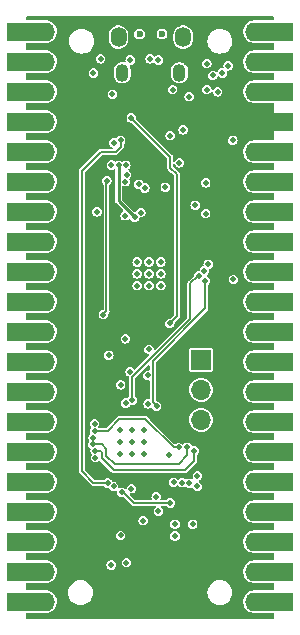
<source format=gbr>
%TF.GenerationSoftware,KiCad,Pcbnew,7.0.7*%
%TF.CreationDate,2023-10-12T13:18:40+07:00*%
%TF.ProjectId,Pico2040-Modular-Rev3-W,5069636f-3230-4343-902d-4d6f64756c61,rev?*%
%TF.SameCoordinates,Original*%
%TF.FileFunction,Copper,L3,Inr*%
%TF.FilePolarity,Positive*%
%FSLAX46Y46*%
G04 Gerber Fmt 4.6, Leading zero omitted, Abs format (unit mm)*
G04 Created by KiCad (PCBNEW 7.0.7) date 2023-10-12 13:18:40*
%MOMM*%
%LPD*%
G01*
G04 APERTURE LIST*
%TA.AperFunction,ComponentPad*%
%ADD10R,1.700000X1.700000*%
%TD*%
%TA.AperFunction,ComponentPad*%
%ADD11O,1.700000X1.700000*%
%TD*%
%TA.AperFunction,ComponentPad*%
%ADD12R,3.200000X1.600000*%
%TD*%
%TA.AperFunction,ComponentPad*%
%ADD13O,1.700000X1.600000*%
%TD*%
%TA.AperFunction,ComponentPad*%
%ADD14O,1.350000X1.700000*%
%TD*%
%TA.AperFunction,ComponentPad*%
%ADD15O,1.100000X1.500000*%
%TD*%
%TA.AperFunction,ViaPad*%
%ADD16C,0.500000*%
%TD*%
%TA.AperFunction,ViaPad*%
%ADD17C,0.600000*%
%TD*%
%TA.AperFunction,Conductor*%
%ADD18C,0.200000*%
%TD*%
%TA.AperFunction,Conductor*%
%ADD19C,0.250000*%
%TD*%
G04 APERTURE END LIST*
D10*
%TO.N,/SWDIO*%
%TO.C,J4*%
X84810000Y-49090000D03*
D11*
%TO.N,GND*%
X84810000Y-51630000D03*
%TO.N,/SWCLK*%
X84810000Y-54170000D03*
%TD*%
D12*
%TO.N,/P0*%
%TO.C,J2*%
X69990000Y-21300000D03*
D13*
X71600000Y-21300000D03*
D12*
%TO.N,/P1*%
X69990000Y-23840000D03*
D13*
X71600000Y-23840000D03*
D12*
%TO.N,GND*%
X69990000Y-26380000D03*
D13*
X71600000Y-26380000D03*
D12*
%TO.N,/P2*%
X69990000Y-28920000D03*
D13*
X71600000Y-28920000D03*
D12*
%TO.N,/P3*%
X69990000Y-31460000D03*
D13*
X71600000Y-31460000D03*
D12*
%TO.N,/P4*%
X69990000Y-34000000D03*
D13*
X71600000Y-34000000D03*
D12*
%TO.N,/P5*%
X69990000Y-36540000D03*
D13*
X71600000Y-36540000D03*
D12*
%TO.N,GND*%
X69990000Y-39080000D03*
D13*
X71600000Y-39080000D03*
D12*
%TO.N,/P6*%
X69990000Y-41620000D03*
D13*
X71600000Y-41620000D03*
D12*
%TO.N,/P7*%
X69990000Y-44160000D03*
D13*
X71600000Y-44160000D03*
D12*
%TO.N,/P8*%
X69990000Y-46700000D03*
D13*
X71600000Y-46700000D03*
D12*
%TO.N,/P9*%
X69990000Y-49240000D03*
D13*
X71600000Y-49240000D03*
D12*
%TO.N,GND*%
X69990000Y-51780000D03*
D13*
X71600000Y-51780000D03*
D12*
%TO.N,/P10*%
X69990000Y-54320000D03*
D13*
X71600000Y-54320000D03*
D12*
%TO.N,/P11*%
X69990000Y-56860000D03*
D13*
X71600000Y-56860000D03*
D12*
%TO.N,/P12*%
X69990000Y-59400000D03*
D13*
X71600000Y-59400000D03*
D12*
%TO.N,/P13*%
X69990000Y-61940000D03*
D13*
X71600000Y-61940000D03*
D12*
%TO.N,GND*%
X69990000Y-64480000D03*
D13*
X71600000Y-64480000D03*
D12*
%TO.N,/P14*%
X69990000Y-67020000D03*
D13*
X71600000Y-67020000D03*
D12*
%TO.N,/P15*%
X69990000Y-69560000D03*
D13*
X71600000Y-69560000D03*
%TD*%
D14*
%TO.N,GND*%
%TO.C,J1*%
X83290000Y-21770000D03*
D15*
X82980000Y-24770000D03*
X78140000Y-24770000D03*
D14*
X77830000Y-21770000D03*
%TD*%
D12*
%TO.N,VBUS*%
%TO.C,J3*%
X91000000Y-21300000D03*
D13*
X89390000Y-21300000D03*
D12*
%TO.N,+3.3V*%
X91000000Y-23840000D03*
D13*
X89390000Y-23840000D03*
D12*
%TO.N,GND*%
X91000000Y-26380000D03*
D13*
X89390000Y-26380000D03*
D12*
%TO.N,+1V1*%
X91000000Y-28920000D03*
D13*
X89390000Y-28920000D03*
D12*
%TO.N,/RESET*%
X91000000Y-31460000D03*
D13*
X89390000Y-31460000D03*
D12*
%TO.N,/P29*%
X91000000Y-34000000D03*
D13*
X89390000Y-34000000D03*
D12*
%TO.N,/P28*%
X91000000Y-36540000D03*
D13*
X89390000Y-36540000D03*
D12*
%TO.N,GND*%
X91000000Y-39080000D03*
D13*
X89390000Y-39080000D03*
D12*
%TO.N,/P27*%
X91000000Y-41620000D03*
D13*
X89390000Y-41620000D03*
D12*
%TO.N,/P26*%
X91000000Y-44160000D03*
D13*
X89390000Y-44160000D03*
D12*
%TO.N,/FLASH_SS*%
X91000000Y-46700000D03*
D13*
X89390000Y-46700000D03*
D12*
%TO.N,unconnected-(J3-Pin_12-Pad12)*%
X91000000Y-49240000D03*
D13*
X89390000Y-49240000D03*
D12*
%TO.N,GND*%
X91000000Y-51780000D03*
D13*
X89390000Y-51780000D03*
D12*
%TO.N,/P21*%
X91000000Y-54320000D03*
D13*
X89390000Y-54320000D03*
D12*
%TO.N,/P20*%
X91000000Y-56860000D03*
D13*
X89390000Y-56860000D03*
D12*
%TO.N,/P19*%
X91000000Y-59400000D03*
D13*
X89390000Y-59400000D03*
D12*
%TO.N,/P18*%
X91000000Y-61940000D03*
D13*
X89390000Y-61940000D03*
D12*
%TO.N,GND*%
X91000000Y-64480000D03*
D13*
X89390000Y-64480000D03*
D12*
%TO.N,/P17*%
X91000000Y-67020000D03*
D13*
X89390000Y-67020000D03*
D12*
%TO.N,/P16*%
X91000000Y-69560000D03*
D13*
X89390000Y-69560000D03*
%TD*%
D16*
%TO.N,GND*%
X79400000Y-42800000D03*
X77190000Y-66450000D03*
X78800000Y-23700000D03*
X78962500Y-55050000D03*
X77962500Y-57050000D03*
X84500000Y-59800000D03*
X79962500Y-55050000D03*
D17*
X81500000Y-21500000D03*
D16*
X79540000Y-34220000D03*
X81400000Y-41800000D03*
X77962500Y-56050000D03*
X80400000Y-48200000D03*
X83300000Y-29600000D03*
X80400000Y-40800000D03*
X81200000Y-61900000D03*
X85300000Y-26200000D03*
X81400000Y-40800000D03*
X84300000Y-36000000D03*
X77000000Y-48700000D03*
X79400000Y-40800000D03*
X77990000Y-63950000D03*
X85200000Y-34100000D03*
X84100000Y-63000000D03*
X78800000Y-50100000D03*
X81780000Y-34455000D03*
D17*
X79600000Y-21500000D03*
D16*
X81000000Y-60700000D03*
X87540000Y-42280000D03*
X87500000Y-30500000D03*
X84500000Y-58900000D03*
X75700000Y-24800000D03*
X82975000Y-32400000D03*
X78400000Y-34000000D03*
X86600000Y-24800000D03*
X79962500Y-57050000D03*
X77962500Y-55050000D03*
X80300000Y-50400000D03*
X79962500Y-56050000D03*
X79400000Y-41800000D03*
X78962500Y-56050000D03*
X81400000Y-42800000D03*
X80400000Y-42800000D03*
X80050000Y-34530000D03*
X80400000Y-41800000D03*
X78000000Y-51200000D03*
X78962500Y-57050000D03*
X82600000Y-64000000D03*
X76000000Y-36555000D03*
X78500000Y-33400000D03*
X77300000Y-26600000D03*
X82600000Y-63000000D03*
X77400000Y-30700000D03*
X78400000Y-47300000D03*
X87100000Y-24200000D03*
%TO.N,/ESP_ANT*%
X78490000Y-66250000D03*
X82100000Y-57100000D03*
%TO.N,+1V1*%
X81700000Y-36500000D03*
X83530000Y-36470000D03*
X80963000Y-46240000D03*
X82200000Y-37500000D03*
X80100000Y-37500000D03*
X82280000Y-36580000D03*
%TO.N,VBUS*%
X83800000Y-26800000D03*
X85800000Y-25000000D03*
X82400000Y-26200000D03*
X86200000Y-26400000D03*
X85300000Y-24000000D03*
%TO.N,/ESP_CLKOUT*%
X82200000Y-61200000D03*
X78080000Y-60290000D03*
%TO.N,/ESP_CLKIN*%
X79900000Y-62700000D03*
X78911779Y-60000000D03*
%TO.N,/DM*%
X81200000Y-23700000D03*
%TO.N,/DP*%
X80500000Y-23600000D03*
%TO.N,/RESET*%
X82162500Y-46000000D03*
X78900000Y-28600000D03*
%TO.N,/P29*%
X85200000Y-36700000D03*
X76300000Y-23600000D03*
%TO.N,/P23*%
X84620000Y-41960000D03*
X78990000Y-52500000D03*
%TO.N,/P22*%
X85180000Y-42400000D03*
X81042510Y-53007490D03*
%TO.N,/FLASH_SS*%
X76820000Y-33920000D03*
X76530000Y-45250000D03*
%TO.N,/FLASH_SD3*%
X79700000Y-36610000D03*
X77220000Y-32590000D03*
%TO.N,/FLASH_CLOCK*%
X77820000Y-32610000D03*
X79200000Y-37000000D03*
%TO.N,/FLASH_SD0*%
X78380000Y-36880000D03*
X78430000Y-32610000D03*
%TO.N,Net-(U4-U0RXD)*%
X78000000Y-30500000D03*
X76888221Y-59511779D03*
%TO.N,/ESPFLASH_D2*%
X83820000Y-59530000D03*
X75790000Y-54510000D03*
%TO.N,/ESPFLASH_D3*%
X82900000Y-56500000D03*
X75790000Y-55110000D03*
%TO.N,/ESPFLASH_SS*%
X82480000Y-59440000D03*
X75680000Y-55660000D03*
%TO.N,/ESPFLASH_CLOCK*%
X75662490Y-56242490D03*
X83640000Y-56480000D03*
%TO.N,/ESPFLASH_D0*%
X75839500Y-56780000D03*
X84240000Y-56780000D03*
%TO.N,/ESPFLASH_D1*%
X83220000Y-59480000D03*
X75863304Y-57356196D03*
%TO.N,Net-(U4-U0TXD)*%
X77400000Y-59800000D03*
X82200000Y-30100000D03*
%TO.N,/P24*%
X80324772Y-52802111D03*
X85080000Y-41550000D03*
%TO.N,/P25*%
X85410000Y-40980000D03*
X78450000Y-52740000D03*
%TD*%
D18*
%TO.N,/ESPFLASH_CLOCK*%
X76442490Y-56242490D02*
X75662490Y-56242490D01*
X76800000Y-57200000D02*
X76800000Y-56600000D01*
X77500000Y-57900000D02*
X76800000Y-57200000D01*
X82900000Y-57900000D02*
X77500000Y-57900000D01*
X76800000Y-56600000D02*
X76442490Y-56242490D01*
X83640000Y-57160000D02*
X82900000Y-57900000D01*
X83640000Y-56480000D02*
X83640000Y-57160000D01*
%TO.N,/ESPFLASH_D0*%
X76280000Y-56780000D02*
X75839500Y-56780000D01*
X76400000Y-56900000D02*
X76280000Y-56780000D01*
X76400000Y-57400000D02*
X76400000Y-56900000D01*
X77400000Y-58400000D02*
X76400000Y-57400000D01*
X84240000Y-56780000D02*
X84240000Y-57613553D01*
X83453553Y-58400000D02*
X77400000Y-58400000D01*
X84240000Y-57613553D02*
X83453553Y-58400000D01*
%TO.N,/FLASH_SS*%
X76800000Y-33940000D02*
X76800000Y-44980000D01*
X76820000Y-33920000D02*
X76800000Y-33940000D01*
X76800000Y-44980000D02*
X76530000Y-45250000D01*
%TO.N,/ESPFLASH_D3*%
X82500000Y-56500000D02*
X82900000Y-56500000D01*
X80100000Y-54100000D02*
X82500000Y-56500000D01*
X76890000Y-55110000D02*
X77900000Y-54100000D01*
X77900000Y-54100000D02*
X80100000Y-54100000D01*
X75790000Y-55110000D02*
X76890000Y-55110000D01*
%TO.N,/P23*%
X84540000Y-41960000D02*
X84620000Y-41960000D01*
X83900000Y-42600000D02*
X84540000Y-41960000D01*
X78990000Y-52500000D02*
X78990000Y-50510000D01*
X83900000Y-45600000D02*
X83900000Y-42600000D01*
X78990000Y-50510000D02*
X83900000Y-45600000D01*
%TO.N,/P22*%
X85180000Y-44720000D02*
X85180000Y-42400000D01*
X80700000Y-49200000D02*
X85180000Y-44720000D01*
X81042510Y-53007490D02*
X80700000Y-52664980D01*
X80700000Y-52664980D02*
X80700000Y-49200000D01*
%TO.N,/ESP_CLKOUT*%
X79100000Y-61200000D02*
X82200000Y-61200000D01*
X78080000Y-60290000D02*
X78190000Y-60290000D01*
X78190000Y-60290000D02*
X79100000Y-61200000D01*
%TO.N,Net-(U4-U0RXD)*%
X77570000Y-31480000D02*
X78000000Y-31050000D01*
X74700000Y-33100000D02*
X76320000Y-31480000D01*
X76320000Y-31480000D02*
X77570000Y-31480000D01*
X78000000Y-31050000D02*
X78000000Y-30500000D01*
X74700000Y-58500000D02*
X74700000Y-33100000D01*
X75700000Y-59500000D02*
X74700000Y-58500000D01*
X76876442Y-59500000D02*
X75700000Y-59500000D01*
X76888221Y-59511779D02*
X76876442Y-59500000D01*
D19*
%TO.N,/FLASH_CLOCK*%
X77820000Y-35620000D02*
X79200000Y-37000000D01*
X77820000Y-32610000D02*
X77820000Y-35620000D01*
D18*
%TO.N,/RESET*%
X82200000Y-32800000D02*
X82200000Y-31900000D01*
X82200000Y-31900000D02*
X78900000Y-28600000D01*
X82780000Y-33380000D02*
X82200000Y-32800000D01*
X82162500Y-46000000D02*
X82780000Y-45382500D01*
X82780000Y-45382500D02*
X82780000Y-33380000D01*
%TD*%
%TA.AperFunction,Conductor*%
%TO.N,+1V1*%
G36*
X90973066Y-20017813D02*
G01*
X90998376Y-20061650D01*
X90999500Y-20074500D01*
X90999500Y-20275500D01*
X90982187Y-20323066D01*
X90938350Y-20348376D01*
X90925500Y-20349500D01*
X89291786Y-20349500D01*
X89147682Y-20364153D01*
X89147677Y-20364154D01*
X88963237Y-20422023D01*
X88963232Y-20422025D01*
X88794209Y-20515841D01*
X88794206Y-20515843D01*
X88647530Y-20641761D01*
X88529206Y-20794623D01*
X88529203Y-20794626D01*
X88444069Y-20968186D01*
X88395614Y-21155329D01*
X88386763Y-21329865D01*
X88385824Y-21348390D01*
X88415097Y-21539474D01*
X88482236Y-21720753D01*
X88512801Y-21769791D01*
X88584487Y-21884802D01*
X88584491Y-21884807D01*
X88717674Y-22024917D01*
X88717677Y-22024919D01*
X88876342Y-22135353D01*
X88975661Y-22177974D01*
X89046803Y-22208504D01*
X89053988Y-22211587D01*
X89053993Y-22211588D01*
X89243337Y-22250499D01*
X89243342Y-22250499D01*
X89243344Y-22250500D01*
X89385180Y-22250500D01*
X90925500Y-22250500D01*
X90973066Y-22267813D01*
X90998376Y-22311650D01*
X90999500Y-22324500D01*
X90999500Y-22815500D01*
X90982187Y-22863066D01*
X90938350Y-22888376D01*
X90925500Y-22889500D01*
X89291786Y-22889500D01*
X89147682Y-22904153D01*
X89147677Y-22904154D01*
X88963237Y-22962023D01*
X88963232Y-22962025D01*
X88794209Y-23055841D01*
X88794206Y-23055843D01*
X88647530Y-23181761D01*
X88529206Y-23334623D01*
X88529203Y-23334626D01*
X88444069Y-23508186D01*
X88395614Y-23695329D01*
X88386782Y-23869500D01*
X88385824Y-23888390D01*
X88415097Y-24079474D01*
X88482236Y-24260753D01*
X88482237Y-24260754D01*
X88584487Y-24424802D01*
X88584491Y-24424807D01*
X88717674Y-24564917D01*
X88717677Y-24564919D01*
X88876342Y-24675353D01*
X88975661Y-24717974D01*
X89046803Y-24748504D01*
X89053988Y-24751587D01*
X89053993Y-24751588D01*
X89243337Y-24790499D01*
X89243342Y-24790499D01*
X89243344Y-24790500D01*
X89385180Y-24790500D01*
X90925500Y-24790500D01*
X90973066Y-24807813D01*
X90998376Y-24851650D01*
X90999500Y-24864500D01*
X90999500Y-25355500D01*
X90982187Y-25403066D01*
X90938350Y-25428376D01*
X90925500Y-25429500D01*
X89291786Y-25429500D01*
X89147682Y-25444153D01*
X89147677Y-25444154D01*
X88963237Y-25502023D01*
X88963232Y-25502025D01*
X88794209Y-25595841D01*
X88794206Y-25595843D01*
X88647530Y-25721761D01*
X88529206Y-25874623D01*
X88529203Y-25874626D01*
X88444069Y-26048186D01*
X88395614Y-26235329D01*
X88386536Y-26414353D01*
X88385824Y-26428390D01*
X88415097Y-26619474D01*
X88482236Y-26800753D01*
X88485190Y-26805492D01*
X88584487Y-26964802D01*
X88584491Y-26964807D01*
X88717674Y-27104917D01*
X88717677Y-27104919D01*
X88876342Y-27215353D01*
X88975661Y-27257974D01*
X89046803Y-27288504D01*
X89053988Y-27291587D01*
X89053993Y-27291588D01*
X89243337Y-27330499D01*
X89243342Y-27330499D01*
X89243344Y-27330500D01*
X89385180Y-27330500D01*
X90925500Y-27330500D01*
X90973066Y-27347813D01*
X90998376Y-27391650D01*
X90999500Y-27404500D01*
X90999500Y-30435500D01*
X90982187Y-30483066D01*
X90938350Y-30508376D01*
X90925500Y-30509500D01*
X89291786Y-30509500D01*
X89147682Y-30524153D01*
X89147677Y-30524154D01*
X88963237Y-30582023D01*
X88963232Y-30582025D01*
X88794209Y-30675841D01*
X88794206Y-30675843D01*
X88647530Y-30801761D01*
X88529206Y-30954623D01*
X88529203Y-30954626D01*
X88444069Y-31128186D01*
X88395614Y-31315329D01*
X88395100Y-31325472D01*
X88385824Y-31508390D01*
X88415097Y-31699474D01*
X88482236Y-31880753D01*
X88482237Y-31880754D01*
X88584487Y-32044802D01*
X88584491Y-32044807D01*
X88717674Y-32184917D01*
X88717677Y-32184919D01*
X88876342Y-32295353D01*
X88965487Y-32333608D01*
X89046803Y-32368504D01*
X89053988Y-32371587D01*
X89065169Y-32373884D01*
X89243337Y-32410499D01*
X89243342Y-32410499D01*
X89243344Y-32410500D01*
X89385180Y-32410500D01*
X90925500Y-32410500D01*
X90973066Y-32427813D01*
X90998376Y-32471650D01*
X90999500Y-32484500D01*
X90999500Y-32975500D01*
X90982187Y-33023066D01*
X90938350Y-33048376D01*
X90925500Y-33049500D01*
X89291786Y-33049500D01*
X89147682Y-33064153D01*
X89147677Y-33064154D01*
X88963237Y-33122023D01*
X88963232Y-33122025D01*
X88794209Y-33215841D01*
X88794206Y-33215843D01*
X88735345Y-33266373D01*
X88647532Y-33341760D01*
X88647531Y-33341760D01*
X88529206Y-33494623D01*
X88529203Y-33494626D01*
X88444069Y-33668186D01*
X88395614Y-33855329D01*
X88385824Y-34048388D01*
X88385824Y-34048390D01*
X88415097Y-34239474D01*
X88482236Y-34420753D01*
X88503582Y-34455000D01*
X88584487Y-34584802D01*
X88584491Y-34584807D01*
X88717674Y-34724917D01*
X88717677Y-34724919D01*
X88876342Y-34835353D01*
X88934923Y-34860492D01*
X89046803Y-34908504D01*
X89053988Y-34911587D01*
X89053993Y-34911588D01*
X89243337Y-34950499D01*
X89243342Y-34950499D01*
X89243344Y-34950500D01*
X89385180Y-34950500D01*
X90925500Y-34950500D01*
X90973066Y-34967813D01*
X90998376Y-35011650D01*
X90999500Y-35024500D01*
X90999500Y-35515500D01*
X90982187Y-35563066D01*
X90938350Y-35588376D01*
X90925500Y-35589500D01*
X89291786Y-35589500D01*
X89147682Y-35604153D01*
X89147677Y-35604154D01*
X88963237Y-35662023D01*
X88963232Y-35662025D01*
X88794209Y-35755841D01*
X88794206Y-35755843D01*
X88647530Y-35881761D01*
X88529206Y-36034623D01*
X88529203Y-36034626D01*
X88444069Y-36208186D01*
X88395614Y-36395329D01*
X88386518Y-36574696D01*
X88385824Y-36588390D01*
X88415097Y-36779474D01*
X88482236Y-36960753D01*
X88482237Y-36960754D01*
X88584487Y-37124802D01*
X88584491Y-37124807D01*
X88717674Y-37264917D01*
X88729554Y-37273185D01*
X88876342Y-37375353D01*
X88946572Y-37405491D01*
X89046803Y-37448504D01*
X89053988Y-37451587D01*
X89053993Y-37451588D01*
X89243337Y-37490499D01*
X89243342Y-37490499D01*
X89243344Y-37490500D01*
X89385180Y-37490500D01*
X90925500Y-37490500D01*
X90973066Y-37507813D01*
X90998376Y-37551650D01*
X90999500Y-37564500D01*
X90999500Y-38055500D01*
X90982187Y-38103066D01*
X90938350Y-38128376D01*
X90925500Y-38129500D01*
X89291786Y-38129500D01*
X89147682Y-38144153D01*
X89147677Y-38144154D01*
X88963237Y-38202023D01*
X88963232Y-38202025D01*
X88794209Y-38295841D01*
X88794206Y-38295843D01*
X88647530Y-38421761D01*
X88529206Y-38574623D01*
X88529203Y-38574626D01*
X88444069Y-38748186D01*
X88395614Y-38935329D01*
X88390732Y-39031610D01*
X88385824Y-39128390D01*
X88415097Y-39319474D01*
X88482236Y-39500753D01*
X88482237Y-39500754D01*
X88584487Y-39664802D01*
X88584491Y-39664807D01*
X88717674Y-39804917D01*
X88717677Y-39804919D01*
X88876342Y-39915353D01*
X88975661Y-39957974D01*
X89046803Y-39988504D01*
X89053988Y-39991587D01*
X89053993Y-39991588D01*
X89243337Y-40030499D01*
X89243342Y-40030499D01*
X89243344Y-40030500D01*
X89385180Y-40030500D01*
X90925500Y-40030500D01*
X90973066Y-40047813D01*
X90998376Y-40091650D01*
X90999500Y-40104500D01*
X90999500Y-40595500D01*
X90982187Y-40643066D01*
X90938350Y-40668376D01*
X90925500Y-40669500D01*
X89291786Y-40669500D01*
X89147682Y-40684153D01*
X89147677Y-40684154D01*
X88963237Y-40742023D01*
X88963232Y-40742025D01*
X88794209Y-40835841D01*
X88794206Y-40835843D01*
X88647530Y-40961761D01*
X88529206Y-41114623D01*
X88529203Y-41114626D01*
X88444069Y-41288186D01*
X88395614Y-41475329D01*
X88387672Y-41631950D01*
X88385824Y-41668390D01*
X88415097Y-41859474D01*
X88482236Y-42040753D01*
X88482237Y-42040754D01*
X88584487Y-42204802D01*
X88584491Y-42204807D01*
X88717674Y-42344917D01*
X88730780Y-42354039D01*
X88876342Y-42455353D01*
X88975661Y-42497974D01*
X89046803Y-42528504D01*
X89053988Y-42531587D01*
X89053993Y-42531588D01*
X89243337Y-42570499D01*
X89243342Y-42570499D01*
X89243344Y-42570500D01*
X89385180Y-42570500D01*
X90925500Y-42570500D01*
X90973066Y-42587813D01*
X90998376Y-42631650D01*
X90999500Y-42644500D01*
X90999500Y-43135500D01*
X90982187Y-43183066D01*
X90938350Y-43208376D01*
X90925500Y-43209500D01*
X89291786Y-43209500D01*
X89147682Y-43224153D01*
X89147677Y-43224154D01*
X88963237Y-43282023D01*
X88963232Y-43282025D01*
X88794209Y-43375841D01*
X88794206Y-43375843D01*
X88647530Y-43501761D01*
X88529206Y-43654623D01*
X88529203Y-43654626D01*
X88444069Y-43828186D01*
X88395614Y-44015329D01*
X88390732Y-44111610D01*
X88385824Y-44208390D01*
X88415097Y-44399474D01*
X88482236Y-44580753D01*
X88512801Y-44629791D01*
X88584487Y-44744802D01*
X88584491Y-44744807D01*
X88717674Y-44884917D01*
X88717677Y-44884919D01*
X88876342Y-44995353D01*
X88975661Y-45037974D01*
X89046803Y-45068504D01*
X89053988Y-45071587D01*
X89053993Y-45071588D01*
X89243337Y-45110499D01*
X89243342Y-45110499D01*
X89243344Y-45110500D01*
X89385180Y-45110500D01*
X90925500Y-45110500D01*
X90973066Y-45127813D01*
X90998376Y-45171650D01*
X90999500Y-45184500D01*
X90999500Y-45675500D01*
X90982187Y-45723066D01*
X90938350Y-45748376D01*
X90925500Y-45749500D01*
X89291786Y-45749500D01*
X89147682Y-45764153D01*
X89147677Y-45764154D01*
X88963237Y-45822023D01*
X88963232Y-45822025D01*
X88794209Y-45915841D01*
X88794206Y-45915843D01*
X88647530Y-46041761D01*
X88529206Y-46194623D01*
X88529203Y-46194626D01*
X88444069Y-46368186D01*
X88395614Y-46555329D01*
X88390732Y-46651610D01*
X88385824Y-46748390D01*
X88415097Y-46939474D01*
X88482236Y-47120753D01*
X88482237Y-47120754D01*
X88584487Y-47284802D01*
X88584491Y-47284807D01*
X88717674Y-47424917D01*
X88717677Y-47424919D01*
X88876342Y-47535353D01*
X88975661Y-47577974D01*
X89046803Y-47608504D01*
X89053988Y-47611587D01*
X89053993Y-47611588D01*
X89243337Y-47650499D01*
X89243342Y-47650499D01*
X89243344Y-47650500D01*
X89385180Y-47650500D01*
X90925500Y-47650500D01*
X90973066Y-47667813D01*
X90998376Y-47711650D01*
X90999500Y-47724500D01*
X90999500Y-48215500D01*
X90982187Y-48263066D01*
X90938350Y-48288376D01*
X90925500Y-48289500D01*
X89291786Y-48289500D01*
X89147682Y-48304153D01*
X89147677Y-48304154D01*
X88963237Y-48362023D01*
X88963232Y-48362025D01*
X88794209Y-48455841D01*
X88794206Y-48455843D01*
X88647530Y-48581761D01*
X88529206Y-48734623D01*
X88529203Y-48734626D01*
X88444069Y-48908186D01*
X88395614Y-49095329D01*
X88395099Y-49105491D01*
X88385824Y-49288390D01*
X88415097Y-49479474D01*
X88482236Y-49660753D01*
X88482237Y-49660754D01*
X88584487Y-49824802D01*
X88584491Y-49824807D01*
X88717674Y-49964917D01*
X88717677Y-49964919D01*
X88876342Y-50075353D01*
X88975661Y-50117974D01*
X89046803Y-50148504D01*
X89053988Y-50151587D01*
X89053993Y-50151588D01*
X89243337Y-50190499D01*
X89243342Y-50190499D01*
X89243344Y-50190500D01*
X89385180Y-50190500D01*
X90925500Y-50190500D01*
X90973066Y-50207813D01*
X90998376Y-50251650D01*
X90999500Y-50264500D01*
X90999500Y-50755500D01*
X90982187Y-50803066D01*
X90938350Y-50828376D01*
X90925500Y-50829500D01*
X89291786Y-50829500D01*
X89147682Y-50844153D01*
X89147677Y-50844154D01*
X88963237Y-50902023D01*
X88963232Y-50902025D01*
X88794209Y-50995841D01*
X88794206Y-50995843D01*
X88647530Y-51121761D01*
X88529206Y-51274623D01*
X88529203Y-51274626D01*
X88444069Y-51448186D01*
X88395614Y-51635329D01*
X88385938Y-51826133D01*
X88385824Y-51828390D01*
X88415097Y-52019474D01*
X88482236Y-52200753D01*
X88482237Y-52200754D01*
X88584487Y-52364802D01*
X88584491Y-52364807D01*
X88717674Y-52504917D01*
X88717677Y-52504919D01*
X88876342Y-52615353D01*
X88975661Y-52657974D01*
X89046803Y-52688504D01*
X89053988Y-52691587D01*
X89053993Y-52691588D01*
X89243337Y-52730499D01*
X89243342Y-52730499D01*
X89243344Y-52730500D01*
X89385180Y-52730500D01*
X90925500Y-52730500D01*
X90973066Y-52747813D01*
X90998376Y-52791650D01*
X90999500Y-52804500D01*
X90999500Y-53295500D01*
X90982187Y-53343066D01*
X90938350Y-53368376D01*
X90925500Y-53369500D01*
X89291786Y-53369500D01*
X89147682Y-53384153D01*
X89147677Y-53384154D01*
X88963237Y-53442023D01*
X88963232Y-53442025D01*
X88794209Y-53535841D01*
X88794206Y-53535843D01*
X88647530Y-53661761D01*
X88529206Y-53814623D01*
X88529203Y-53814626D01*
X88444069Y-53988186D01*
X88395614Y-54175329D01*
X88385938Y-54366133D01*
X88385824Y-54368390D01*
X88415097Y-54559474D01*
X88482236Y-54740753D01*
X88486967Y-54748343D01*
X88584487Y-54904802D01*
X88584491Y-54904807D01*
X88717674Y-55044917D01*
X88717677Y-55044919D01*
X88876342Y-55155353D01*
X88975661Y-55197974D01*
X89046803Y-55228504D01*
X89053988Y-55231587D01*
X89053993Y-55231588D01*
X89243337Y-55270499D01*
X89243342Y-55270499D01*
X89243344Y-55270500D01*
X89385180Y-55270500D01*
X90925500Y-55270500D01*
X90973066Y-55287813D01*
X90998376Y-55331650D01*
X90999500Y-55344500D01*
X90999500Y-55835500D01*
X90982187Y-55883066D01*
X90938350Y-55908376D01*
X90925500Y-55909500D01*
X89291786Y-55909500D01*
X89147682Y-55924153D01*
X89147677Y-55924154D01*
X88963237Y-55982023D01*
X88963232Y-55982025D01*
X88794209Y-56075841D01*
X88794206Y-56075843D01*
X88647530Y-56201761D01*
X88529206Y-56354623D01*
X88529203Y-56354626D01*
X88444069Y-56528186D01*
X88395614Y-56715329D01*
X88385971Y-56905491D01*
X88385824Y-56908390D01*
X88415097Y-57099474D01*
X88482236Y-57280753D01*
X88512801Y-57329791D01*
X88584487Y-57444802D01*
X88584491Y-57444807D01*
X88717674Y-57584917D01*
X88717677Y-57584919D01*
X88876342Y-57695353D01*
X88932376Y-57719399D01*
X89046803Y-57768504D01*
X89053988Y-57771587D01*
X89053993Y-57771588D01*
X89243337Y-57810499D01*
X89243342Y-57810499D01*
X89243344Y-57810500D01*
X89385180Y-57810500D01*
X90925500Y-57810500D01*
X90973066Y-57827813D01*
X90998376Y-57871650D01*
X90999500Y-57884500D01*
X90999500Y-58375500D01*
X90982187Y-58423066D01*
X90938350Y-58448376D01*
X90925500Y-58449500D01*
X89291786Y-58449500D01*
X89147682Y-58464153D01*
X89147677Y-58464154D01*
X88963237Y-58522023D01*
X88963232Y-58522025D01*
X88794209Y-58615841D01*
X88794206Y-58615843D01*
X88647530Y-58741761D01*
X88529206Y-58894623D01*
X88529203Y-58894626D01*
X88444069Y-59068186D01*
X88395614Y-59255329D01*
X88387666Y-59412061D01*
X88385824Y-59448390D01*
X88415097Y-59639474D01*
X88482236Y-59820753D01*
X88482237Y-59820754D01*
X88584487Y-59984802D01*
X88584491Y-59984807D01*
X88717674Y-60124917D01*
X88722175Y-60128050D01*
X88876342Y-60235353D01*
X88975661Y-60277974D01*
X89046803Y-60308504D01*
X89053988Y-60311587D01*
X89053993Y-60311588D01*
X89243337Y-60350499D01*
X89243342Y-60350499D01*
X89243344Y-60350500D01*
X89385180Y-60350500D01*
X90925500Y-60350500D01*
X90973066Y-60367813D01*
X90998376Y-60411650D01*
X90999500Y-60424500D01*
X90999500Y-60915500D01*
X90982187Y-60963066D01*
X90938350Y-60988376D01*
X90925500Y-60989500D01*
X89291786Y-60989500D01*
X89147682Y-61004153D01*
X89147677Y-61004154D01*
X88963237Y-61062023D01*
X88963232Y-61062025D01*
X88794209Y-61155841D01*
X88794206Y-61155843D01*
X88647530Y-61281761D01*
X88529206Y-61434623D01*
X88529203Y-61434626D01*
X88444069Y-61608186D01*
X88395614Y-61795329D01*
X88385824Y-61988388D01*
X88385824Y-61988390D01*
X88415097Y-62179474D01*
X88482236Y-62360753D01*
X88482237Y-62360754D01*
X88584487Y-62524802D01*
X88584491Y-62524807D01*
X88717674Y-62664917D01*
X88717677Y-62664919D01*
X88876342Y-62775353D01*
X88975661Y-62817974D01*
X89046803Y-62848504D01*
X89053988Y-62851587D01*
X89053993Y-62851588D01*
X89243337Y-62890499D01*
X89243342Y-62890499D01*
X89243344Y-62890500D01*
X89385180Y-62890500D01*
X90925500Y-62890500D01*
X90973066Y-62907813D01*
X90998376Y-62951650D01*
X90999500Y-62964500D01*
X90999500Y-63455500D01*
X90982187Y-63503066D01*
X90938350Y-63528376D01*
X90925500Y-63529500D01*
X89291786Y-63529500D01*
X89147682Y-63544153D01*
X89147677Y-63544154D01*
X88963237Y-63602023D01*
X88963232Y-63602025D01*
X88794209Y-63695841D01*
X88794206Y-63695843D01*
X88647530Y-63821761D01*
X88529206Y-63974623D01*
X88529203Y-63974626D01*
X88444069Y-64148186D01*
X88395614Y-64335329D01*
X88390732Y-64431610D01*
X88385824Y-64528390D01*
X88415097Y-64719474D01*
X88482236Y-64900753D01*
X88482237Y-64900754D01*
X88584487Y-65064802D01*
X88584491Y-65064807D01*
X88717674Y-65204917D01*
X88717677Y-65204919D01*
X88876342Y-65315353D01*
X88975661Y-65357974D01*
X89046803Y-65388504D01*
X89053988Y-65391587D01*
X89053993Y-65391588D01*
X89243337Y-65430499D01*
X89243342Y-65430499D01*
X89243344Y-65430500D01*
X89385180Y-65430500D01*
X90925500Y-65430500D01*
X90973066Y-65447813D01*
X90998376Y-65491650D01*
X90999500Y-65504500D01*
X90999500Y-65995500D01*
X90982187Y-66043066D01*
X90938350Y-66068376D01*
X90925500Y-66069500D01*
X89291786Y-66069500D01*
X89147682Y-66084153D01*
X89147677Y-66084154D01*
X88963237Y-66142023D01*
X88963232Y-66142025D01*
X88794209Y-66235841D01*
X88794206Y-66235843D01*
X88647530Y-66361761D01*
X88529206Y-66514623D01*
X88529203Y-66514626D01*
X88444069Y-66688186D01*
X88395614Y-66875329D01*
X88390732Y-66971610D01*
X88385824Y-67068390D01*
X88415097Y-67259474D01*
X88482236Y-67440753D01*
X88482237Y-67440754D01*
X88584487Y-67604802D01*
X88584491Y-67604807D01*
X88717674Y-67744917D01*
X88717677Y-67744919D01*
X88876342Y-67855353D01*
X88975661Y-67897974D01*
X89046803Y-67928504D01*
X89053988Y-67931587D01*
X89053993Y-67931588D01*
X89243337Y-67970499D01*
X89243342Y-67970499D01*
X89243344Y-67970500D01*
X89385180Y-67970500D01*
X90925500Y-67970500D01*
X90973066Y-67987813D01*
X90998376Y-68031650D01*
X90999500Y-68044500D01*
X90999500Y-68535500D01*
X90982187Y-68583066D01*
X90938350Y-68608376D01*
X90925500Y-68609500D01*
X89291786Y-68609500D01*
X89147682Y-68624153D01*
X89147677Y-68624154D01*
X88963237Y-68682023D01*
X88963232Y-68682025D01*
X88794209Y-68775841D01*
X88794206Y-68775843D01*
X88647530Y-68901761D01*
X88529206Y-69054623D01*
X88529203Y-69054626D01*
X88444069Y-69228186D01*
X88395614Y-69415329D01*
X88390732Y-69511610D01*
X88385824Y-69608390D01*
X88415097Y-69799474D01*
X88482236Y-69980753D01*
X88482237Y-69980754D01*
X88584487Y-70144802D01*
X88584491Y-70144807D01*
X88717674Y-70284917D01*
X88717677Y-70284919D01*
X88876342Y-70395353D01*
X88975661Y-70437974D01*
X89046803Y-70468504D01*
X89053988Y-70471587D01*
X89053993Y-70471588D01*
X89243337Y-70510499D01*
X89243342Y-70510499D01*
X89243344Y-70510500D01*
X89385180Y-70510500D01*
X90925500Y-70510500D01*
X90973066Y-70527813D01*
X90998376Y-70571650D01*
X90999500Y-70584500D01*
X90999500Y-70925500D01*
X90982187Y-70973066D01*
X90938350Y-70998376D01*
X90925500Y-70999500D01*
X70074500Y-70999500D01*
X70026934Y-70982187D01*
X70001624Y-70938350D01*
X70000500Y-70925500D01*
X70000500Y-70584500D01*
X70017813Y-70536934D01*
X70061650Y-70511624D01*
X70074500Y-70510500D01*
X71698205Y-70510500D01*
X71698206Y-70510500D01*
X71745326Y-70505708D01*
X71842317Y-70495846D01*
X71842322Y-70495845D01*
X72026762Y-70437976D01*
X72026763Y-70437975D01*
X72026768Y-70437974D01*
X72195791Y-70344159D01*
X72342468Y-70218240D01*
X72460796Y-70065373D01*
X72545930Y-69891816D01*
X72594385Y-69704674D01*
X72604176Y-69511610D01*
X72574903Y-69320526D01*
X72507764Y-69139247D01*
X72446632Y-69041170D01*
X72405512Y-68975197D01*
X72405508Y-68975192D01*
X72272325Y-68835082D01*
X72221921Y-68800000D01*
X73543915Y-68800000D01*
X73564207Y-69006032D01*
X73564207Y-69006034D01*
X73564208Y-69006037D01*
X73564208Y-69006039D01*
X73624303Y-69204143D01*
X73624306Y-69204148D01*
X73721892Y-69386721D01*
X73721895Y-69386726D01*
X73721897Y-69386729D01*
X73853235Y-69546765D01*
X74013271Y-69678103D01*
X74195854Y-69775695D01*
X74195856Y-69775696D01*
X74393961Y-69835791D01*
X74393968Y-69835793D01*
X74548370Y-69851000D01*
X74548371Y-69851000D01*
X74651629Y-69851000D01*
X74651630Y-69851000D01*
X74806032Y-69835793D01*
X75004146Y-69775695D01*
X75186729Y-69678103D01*
X75346765Y-69546765D01*
X75478103Y-69386729D01*
X75575695Y-69204146D01*
X75635793Y-69006032D01*
X75656085Y-68800000D01*
X85343915Y-68800000D01*
X85364207Y-69006032D01*
X85364207Y-69006034D01*
X85364208Y-69006037D01*
X85364208Y-69006039D01*
X85424303Y-69204143D01*
X85424306Y-69204148D01*
X85521892Y-69386721D01*
X85521895Y-69386726D01*
X85521897Y-69386729D01*
X85653235Y-69546765D01*
X85813271Y-69678103D01*
X85995854Y-69775695D01*
X85995856Y-69775696D01*
X86193961Y-69835791D01*
X86193968Y-69835793D01*
X86348370Y-69851000D01*
X86348371Y-69851000D01*
X86451629Y-69851000D01*
X86451630Y-69851000D01*
X86606032Y-69835793D01*
X86804146Y-69775695D01*
X86986729Y-69678103D01*
X87146765Y-69546765D01*
X87278103Y-69386729D01*
X87375695Y-69204146D01*
X87435793Y-69006032D01*
X87456085Y-68800000D01*
X87435793Y-68593968D01*
X87375695Y-68395854D01*
X87278103Y-68213271D01*
X87146765Y-68053235D01*
X87136121Y-68044500D01*
X87028095Y-67955845D01*
X86986729Y-67921897D01*
X86986726Y-67921895D01*
X86986721Y-67921892D01*
X86804148Y-67824306D01*
X86804143Y-67824303D01*
X86606038Y-67764208D01*
X86606033Y-67764207D01*
X86606032Y-67764207D01*
X86451630Y-67749000D01*
X86348370Y-67749000D01*
X86193968Y-67764207D01*
X86193966Y-67764207D01*
X86193962Y-67764208D01*
X86193960Y-67764208D01*
X85995856Y-67824303D01*
X85995851Y-67824306D01*
X85813278Y-67921892D01*
X85813269Y-67921898D01*
X85653235Y-68053234D01*
X85653234Y-68053235D01*
X85521898Y-68213269D01*
X85521892Y-68213278D01*
X85424306Y-68395851D01*
X85424303Y-68395856D01*
X85364208Y-68593960D01*
X85364208Y-68593962D01*
X85364207Y-68593966D01*
X85364207Y-68593968D01*
X85343915Y-68800000D01*
X75656085Y-68800000D01*
X75635793Y-68593968D01*
X75575695Y-68395854D01*
X75478103Y-68213271D01*
X75346765Y-68053235D01*
X75336121Y-68044500D01*
X75228095Y-67955845D01*
X75186729Y-67921897D01*
X75186726Y-67921895D01*
X75186721Y-67921892D01*
X75004148Y-67824306D01*
X75004143Y-67824303D01*
X74806038Y-67764208D01*
X74806033Y-67764207D01*
X74806032Y-67764207D01*
X74651630Y-67749000D01*
X74548370Y-67749000D01*
X74393968Y-67764207D01*
X74393966Y-67764207D01*
X74393962Y-67764208D01*
X74393960Y-67764208D01*
X74195856Y-67824303D01*
X74195851Y-67824306D01*
X74013278Y-67921892D01*
X74013269Y-67921898D01*
X73853235Y-68053234D01*
X73853234Y-68053235D01*
X73721898Y-68213269D01*
X73721892Y-68213278D01*
X73624306Y-68395851D01*
X73624303Y-68395856D01*
X73564208Y-68593960D01*
X73564208Y-68593962D01*
X73564207Y-68593966D01*
X73564207Y-68593968D01*
X73543915Y-68800000D01*
X72221921Y-68800000D01*
X72187210Y-68775841D01*
X72113658Y-68724647D01*
X72113655Y-68724645D01*
X72113654Y-68724645D01*
X71936016Y-68648414D01*
X71936006Y-68648411D01*
X71746662Y-68609500D01*
X71746656Y-68609500D01*
X71604820Y-68609500D01*
X70074500Y-68609500D01*
X70026934Y-68592187D01*
X70001624Y-68548350D01*
X70000500Y-68535500D01*
X70000500Y-68044500D01*
X70017813Y-67996934D01*
X70061650Y-67971624D01*
X70074500Y-67970500D01*
X71698205Y-67970500D01*
X71698206Y-67970500D01*
X71745326Y-67965708D01*
X71842317Y-67955846D01*
X71842322Y-67955845D01*
X72026762Y-67897976D01*
X72026763Y-67897975D01*
X72026768Y-67897974D01*
X72195791Y-67804159D01*
X72342468Y-67678240D01*
X72460796Y-67525373D01*
X72545930Y-67351816D01*
X72594385Y-67164674D01*
X72604176Y-66971610D01*
X72574903Y-66780526D01*
X72507764Y-66599247D01*
X72446632Y-66501170D01*
X72414738Y-66450000D01*
X76784508Y-66450000D01*
X76804353Y-66575301D01*
X76804353Y-66575302D01*
X76804354Y-66575304D01*
X76861950Y-66688342D01*
X76951658Y-66778050D01*
X77064696Y-66835646D01*
X77190000Y-66855492D01*
X77315304Y-66835646D01*
X77428342Y-66778050D01*
X77518050Y-66688342D01*
X77575646Y-66575304D01*
X77595492Y-66450000D01*
X77575646Y-66324696D01*
X77537586Y-66250000D01*
X78084508Y-66250000D01*
X78104353Y-66375301D01*
X78104353Y-66375302D01*
X78104354Y-66375304D01*
X78161950Y-66488342D01*
X78251658Y-66578050D01*
X78364696Y-66635646D01*
X78490000Y-66655492D01*
X78615304Y-66635646D01*
X78728342Y-66578050D01*
X78818050Y-66488342D01*
X78875646Y-66375304D01*
X78895492Y-66250000D01*
X78875646Y-66124696D01*
X78818050Y-66011658D01*
X78728342Y-65921950D01*
X78615304Y-65864354D01*
X78615302Y-65864353D01*
X78615301Y-65864353D01*
X78490000Y-65844508D01*
X78364698Y-65864353D01*
X78251656Y-65921951D01*
X78161951Y-66011656D01*
X78104353Y-66124698D01*
X78084508Y-66250000D01*
X77537586Y-66250000D01*
X77518050Y-66211658D01*
X77428342Y-66121950D01*
X77315304Y-66064354D01*
X77315302Y-66064353D01*
X77315301Y-66064353D01*
X77190000Y-66044508D01*
X77064698Y-66064353D01*
X77064696Y-66064353D01*
X77064696Y-66064354D01*
X77025835Y-66084155D01*
X76951656Y-66121951D01*
X76861951Y-66211656D01*
X76804353Y-66324698D01*
X76784508Y-66450000D01*
X72414738Y-66450000D01*
X72405512Y-66435197D01*
X72405508Y-66435192D01*
X72272325Y-66295082D01*
X72187210Y-66235841D01*
X72113658Y-66184647D01*
X72113655Y-66184645D01*
X72113654Y-66184645D01*
X71936016Y-66108414D01*
X71936006Y-66108411D01*
X71746662Y-66069500D01*
X71746656Y-66069500D01*
X71604820Y-66069500D01*
X70074500Y-66069500D01*
X70026934Y-66052187D01*
X70001624Y-66008350D01*
X70000500Y-65995500D01*
X70000500Y-65504500D01*
X70017813Y-65456934D01*
X70061650Y-65431624D01*
X70074500Y-65430500D01*
X71698205Y-65430500D01*
X71698206Y-65430500D01*
X71745326Y-65425708D01*
X71842317Y-65415846D01*
X71842322Y-65415845D01*
X72026762Y-65357976D01*
X72026763Y-65357975D01*
X72026768Y-65357974D01*
X72195791Y-65264159D01*
X72342468Y-65138240D01*
X72460796Y-64985373D01*
X72545930Y-64811816D01*
X72594385Y-64624674D01*
X72604176Y-64431610D01*
X72574903Y-64240526D01*
X72507764Y-64059247D01*
X72439670Y-63950000D01*
X77584508Y-63950000D01*
X77604353Y-64075301D01*
X77604353Y-64075302D01*
X77604354Y-64075304D01*
X77661950Y-64188342D01*
X77751658Y-64278050D01*
X77864696Y-64335646D01*
X77990000Y-64355492D01*
X78115304Y-64335646D01*
X78228342Y-64278050D01*
X78318050Y-64188342D01*
X78375646Y-64075304D01*
X78387573Y-64000000D01*
X82194508Y-64000000D01*
X82214353Y-64125301D01*
X82214353Y-64125302D01*
X82214354Y-64125304D01*
X82271950Y-64238342D01*
X82361658Y-64328050D01*
X82474696Y-64385646D01*
X82600000Y-64405492D01*
X82725304Y-64385646D01*
X82838342Y-64328050D01*
X82928050Y-64238342D01*
X82985646Y-64125304D01*
X83005492Y-64000000D01*
X82985646Y-63874696D01*
X82928050Y-63761658D01*
X82838342Y-63671950D01*
X82725304Y-63614354D01*
X82725302Y-63614353D01*
X82725301Y-63614353D01*
X82600000Y-63594508D01*
X82474698Y-63614353D01*
X82361656Y-63671951D01*
X82271951Y-63761656D01*
X82214353Y-63874698D01*
X82194508Y-64000000D01*
X78387573Y-64000000D01*
X78395492Y-63950000D01*
X78375646Y-63824696D01*
X78318050Y-63711658D01*
X78228342Y-63621950D01*
X78115304Y-63564354D01*
X78115302Y-63564353D01*
X78115301Y-63564353D01*
X77990000Y-63544508D01*
X77864698Y-63564353D01*
X77751656Y-63621951D01*
X77661951Y-63711656D01*
X77604353Y-63824698D01*
X77584508Y-63950000D01*
X72439670Y-63950000D01*
X72405512Y-63895197D01*
X72405508Y-63895192D01*
X72272325Y-63755082D01*
X72209935Y-63711658D01*
X72113658Y-63644647D01*
X72113655Y-63644645D01*
X72113654Y-63644645D01*
X71936016Y-63568414D01*
X71936006Y-63568411D01*
X71746662Y-63529500D01*
X71746656Y-63529500D01*
X71604820Y-63529500D01*
X70074500Y-63529500D01*
X70026934Y-63512187D01*
X70001624Y-63468350D01*
X70000500Y-63455500D01*
X70000500Y-62964500D01*
X70017813Y-62916934D01*
X70061650Y-62891624D01*
X70074500Y-62890500D01*
X71698205Y-62890500D01*
X71698206Y-62890500D01*
X71745326Y-62885708D01*
X71842317Y-62875846D01*
X71842322Y-62875845D01*
X72026762Y-62817976D01*
X72026763Y-62817975D01*
X72026768Y-62817974D01*
X72195791Y-62724159D01*
X72223933Y-62700000D01*
X79494508Y-62700000D01*
X79514353Y-62825301D01*
X79514353Y-62825302D01*
X79514354Y-62825304D01*
X79571950Y-62938342D01*
X79661658Y-63028050D01*
X79774696Y-63085646D01*
X79900000Y-63105492D01*
X80025304Y-63085646D01*
X80138342Y-63028050D01*
X80166392Y-63000000D01*
X82194508Y-63000000D01*
X82214353Y-63125301D01*
X82214353Y-63125302D01*
X82214354Y-63125304D01*
X82271950Y-63238342D01*
X82361658Y-63328050D01*
X82474696Y-63385646D01*
X82600000Y-63405492D01*
X82725304Y-63385646D01*
X82838342Y-63328050D01*
X82928050Y-63238342D01*
X82985646Y-63125304D01*
X83005492Y-63000000D01*
X83694508Y-63000000D01*
X83714353Y-63125301D01*
X83714353Y-63125302D01*
X83714354Y-63125304D01*
X83771950Y-63238342D01*
X83861658Y-63328050D01*
X83974696Y-63385646D01*
X84100000Y-63405492D01*
X84225304Y-63385646D01*
X84338342Y-63328050D01*
X84428050Y-63238342D01*
X84485646Y-63125304D01*
X84505492Y-63000000D01*
X84485646Y-62874696D01*
X84428050Y-62761658D01*
X84338342Y-62671950D01*
X84225304Y-62614354D01*
X84225302Y-62614353D01*
X84225301Y-62614353D01*
X84100000Y-62594508D01*
X83974698Y-62614353D01*
X83861656Y-62671951D01*
X83771951Y-62761656D01*
X83714353Y-62874698D01*
X83694508Y-63000000D01*
X83005492Y-63000000D01*
X82985646Y-62874696D01*
X82928050Y-62761658D01*
X82838342Y-62671950D01*
X82725304Y-62614354D01*
X82725302Y-62614353D01*
X82725301Y-62614353D01*
X82600000Y-62594508D01*
X82474698Y-62614353D01*
X82361656Y-62671951D01*
X82271951Y-62761656D01*
X82214353Y-62874698D01*
X82194508Y-63000000D01*
X80166392Y-63000000D01*
X80228050Y-62938342D01*
X80285646Y-62825304D01*
X80305492Y-62700000D01*
X80285646Y-62574696D01*
X80228050Y-62461658D01*
X80138342Y-62371950D01*
X80025304Y-62314354D01*
X80025302Y-62314353D01*
X80025301Y-62314353D01*
X79900000Y-62294508D01*
X79774698Y-62314353D01*
X79661656Y-62371951D01*
X79571951Y-62461656D01*
X79514353Y-62574698D01*
X79494508Y-62700000D01*
X72223933Y-62700000D01*
X72342468Y-62598240D01*
X72460796Y-62445373D01*
X72545930Y-62271816D01*
X72594385Y-62084674D01*
X72604176Y-61891610D01*
X72574903Y-61700526D01*
X72507764Y-61519247D01*
X72439391Y-61409552D01*
X72405512Y-61355197D01*
X72405508Y-61355192D01*
X72272325Y-61215082D01*
X72187210Y-61155841D01*
X72113658Y-61104647D01*
X72113655Y-61104645D01*
X72113654Y-61104645D01*
X71936016Y-61028414D01*
X71936006Y-61028411D01*
X71746662Y-60989500D01*
X71746656Y-60989500D01*
X71604820Y-60989500D01*
X70074500Y-60989500D01*
X70026934Y-60972187D01*
X70001624Y-60928350D01*
X70000500Y-60915500D01*
X70000500Y-60424500D01*
X70017813Y-60376934D01*
X70061650Y-60351624D01*
X70074500Y-60350500D01*
X71698205Y-60350500D01*
X71698206Y-60350500D01*
X71745326Y-60345708D01*
X71842317Y-60335846D01*
X71842322Y-60335845D01*
X72026762Y-60277976D01*
X72026763Y-60277975D01*
X72026768Y-60277974D01*
X72195791Y-60184159D01*
X72342468Y-60058240D01*
X72460796Y-59905373D01*
X72545930Y-59731816D01*
X72594385Y-59544674D01*
X72604176Y-59351610D01*
X72574903Y-59160526D01*
X72507764Y-58979247D01*
X72446632Y-58881170D01*
X72405512Y-58815197D01*
X72405508Y-58815192D01*
X72272325Y-58675082D01*
X72161205Y-58597741D01*
X72113658Y-58564647D01*
X72113655Y-58564645D01*
X72113654Y-58564645D01*
X71963014Y-58500000D01*
X74444592Y-58500000D01*
X74464034Y-58597741D01*
X74476128Y-58615841D01*
X74515710Y-58675081D01*
X74519399Y-58680601D01*
X74534260Y-58690531D01*
X74545472Y-58699732D01*
X75500269Y-59654530D01*
X75509468Y-59665738D01*
X75519399Y-59680601D01*
X75519400Y-59680601D01*
X75519401Y-59680603D01*
X75540279Y-59694553D01*
X75540294Y-59694562D01*
X75540316Y-59694577D01*
X75540317Y-59694578D01*
X75602260Y-59735966D01*
X75700000Y-59755409D01*
X75715868Y-59752252D01*
X75717530Y-59751922D01*
X75731967Y-59750500D01*
X76529898Y-59750500D01*
X76577464Y-59767813D01*
X76582224Y-59772174D01*
X76649879Y-59839829D01*
X76762917Y-59897425D01*
X76888221Y-59917271D01*
X76948047Y-59907795D01*
X76997734Y-59917453D01*
X77025554Y-59947286D01*
X77071950Y-60038342D01*
X77161658Y-60128050D01*
X77274696Y-60185646D01*
X77400000Y-60205492D01*
X77525304Y-60185646D01*
X77576183Y-60159721D01*
X77626421Y-60153552D01*
X77668874Y-60181121D01*
X77683675Y-60229528D01*
X77682865Y-60237231D01*
X77674508Y-60289998D01*
X77674508Y-60289999D01*
X77694353Y-60415301D01*
X77694353Y-60415302D01*
X77694354Y-60415304D01*
X77751950Y-60528342D01*
X77841658Y-60618050D01*
X77954696Y-60675646D01*
X78080000Y-60695492D01*
X78181947Y-60679345D01*
X78231635Y-60689004D01*
X78245848Y-60700108D01*
X78900267Y-61354527D01*
X78909466Y-61365735D01*
X78919399Y-61380601D01*
X78962728Y-61409552D01*
X79002259Y-61435966D01*
X79100000Y-61455408D01*
X79117525Y-61451921D01*
X79131962Y-61450500D01*
X80904456Y-61450500D01*
X80952022Y-61467813D01*
X80977332Y-61511650D01*
X80968542Y-61561500D01*
X80956782Y-61576826D01*
X80871951Y-61661656D01*
X80814353Y-61774698D01*
X80794508Y-61900000D01*
X80814353Y-62025301D01*
X80814353Y-62025302D01*
X80814354Y-62025304D01*
X80871950Y-62138342D01*
X80961658Y-62228050D01*
X81074696Y-62285646D01*
X81200000Y-62305492D01*
X81325304Y-62285646D01*
X81438342Y-62228050D01*
X81528050Y-62138342D01*
X81585646Y-62025304D01*
X81605492Y-61900000D01*
X81585646Y-61774696D01*
X81528050Y-61661658D01*
X81443218Y-61576826D01*
X81421826Y-61530950D01*
X81434927Y-61482055D01*
X81476391Y-61453021D01*
X81495544Y-61450500D01*
X81853456Y-61450500D01*
X81901022Y-61467813D01*
X81905782Y-61472174D01*
X81961658Y-61528050D01*
X82074696Y-61585646D01*
X82200000Y-61605492D01*
X82325304Y-61585646D01*
X82438342Y-61528050D01*
X82528050Y-61438342D01*
X82585646Y-61325304D01*
X82605492Y-61200000D01*
X82585646Y-61074696D01*
X82528050Y-60961658D01*
X82438342Y-60871950D01*
X82325304Y-60814354D01*
X82325302Y-60814353D01*
X82325301Y-60814353D01*
X82200000Y-60794508D01*
X82074698Y-60814353D01*
X81961656Y-60871951D01*
X81905782Y-60927826D01*
X81859906Y-60949218D01*
X81853456Y-60949500D01*
X81443121Y-60949500D01*
X81395555Y-60932187D01*
X81370245Y-60888350D01*
X81377186Y-60841906D01*
X81385646Y-60825304D01*
X81405492Y-60700000D01*
X81385646Y-60574696D01*
X81328050Y-60461658D01*
X81238342Y-60371950D01*
X81125304Y-60314354D01*
X81125302Y-60314353D01*
X81125301Y-60314353D01*
X81000000Y-60294508D01*
X80874698Y-60314353D01*
X80761656Y-60371951D01*
X80671951Y-60461656D01*
X80614353Y-60574698D01*
X80594508Y-60700000D01*
X80614353Y-60825302D01*
X80614353Y-60825303D01*
X80614354Y-60825304D01*
X80622813Y-60841906D01*
X80628983Y-60892145D01*
X80601414Y-60934598D01*
X80556879Y-60949500D01*
X79234412Y-60949500D01*
X79186846Y-60932187D01*
X79182086Y-60927826D01*
X78773365Y-60519105D01*
X78751973Y-60473229D01*
X78765074Y-60424334D01*
X78806538Y-60395300D01*
X78837264Y-60393690D01*
X78911779Y-60405492D01*
X79037083Y-60385646D01*
X79150121Y-60328050D01*
X79239829Y-60238342D01*
X79297425Y-60125304D01*
X79317271Y-60000000D01*
X79297425Y-59874696D01*
X79239829Y-59761658D01*
X79150121Y-59671950D01*
X79037083Y-59614354D01*
X79037081Y-59614353D01*
X79037080Y-59614353D01*
X78911779Y-59594508D01*
X78786477Y-59614353D01*
X78673435Y-59671951D01*
X78583730Y-59761656D01*
X78526132Y-59874698D01*
X78508511Y-59985954D01*
X78483970Y-60030227D01*
X78436713Y-60048367D01*
X78388852Y-60031887D01*
X78383096Y-60026704D01*
X78318343Y-59961951D01*
X78318342Y-59961950D01*
X78205304Y-59904354D01*
X78205302Y-59904353D01*
X78205301Y-59904353D01*
X78080000Y-59884508D01*
X77954698Y-59904353D01*
X77954696Y-59904353D01*
X77954696Y-59904354D01*
X77913580Y-59925304D01*
X77903818Y-59930278D01*
X77853576Y-59936446D01*
X77811124Y-59908877D01*
X77796324Y-59860470D01*
X77797132Y-59852780D01*
X77805492Y-59800000D01*
X77785646Y-59674696D01*
X77728050Y-59561658D01*
X77638342Y-59471950D01*
X77575637Y-59440000D01*
X82074508Y-59440000D01*
X82094353Y-59565301D01*
X82094353Y-59565302D01*
X82094354Y-59565304D01*
X82151950Y-59678342D01*
X82241658Y-59768050D01*
X82354696Y-59825646D01*
X82480000Y-59845492D01*
X82605304Y-59825646D01*
X82718342Y-59768050D01*
X82778546Y-59707846D01*
X82824422Y-59686453D01*
X82873316Y-59699553D01*
X82890742Y-59716679D01*
X82891950Y-59718342D01*
X82981658Y-59808050D01*
X83094696Y-59865646D01*
X83220000Y-59885492D01*
X83345304Y-59865646D01*
X83458342Y-59808050D01*
X83458344Y-59808047D01*
X83459005Y-59807711D01*
X83509247Y-59801542D01*
X83544927Y-59821319D01*
X83581658Y-59858050D01*
X83694696Y-59915646D01*
X83820000Y-59935492D01*
X83945304Y-59915646D01*
X84010451Y-59882451D01*
X84060691Y-59876283D01*
X84103144Y-59903851D01*
X84111633Y-59920154D01*
X84111711Y-59920115D01*
X84114353Y-59925301D01*
X84114354Y-59925304D01*
X84171950Y-60038342D01*
X84261658Y-60128050D01*
X84374696Y-60185646D01*
X84500000Y-60205492D01*
X84625304Y-60185646D01*
X84738342Y-60128050D01*
X84828050Y-60038342D01*
X84885646Y-59925304D01*
X84905492Y-59800000D01*
X84885646Y-59674696D01*
X84828050Y-59561658D01*
X84738342Y-59471950D01*
X84628403Y-59415933D01*
X84593883Y-59378914D01*
X84591233Y-59328365D01*
X84621697Y-59287938D01*
X84628390Y-59284073D01*
X84738342Y-59228050D01*
X84828050Y-59138342D01*
X84885646Y-59025304D01*
X84905492Y-58900000D01*
X84885646Y-58774696D01*
X84828050Y-58661658D01*
X84738342Y-58571950D01*
X84625304Y-58514354D01*
X84625302Y-58514353D01*
X84625301Y-58514353D01*
X84500000Y-58494508D01*
X84374698Y-58514353D01*
X84261656Y-58571951D01*
X84171951Y-58661656D01*
X84114353Y-58774698D01*
X84094508Y-58900000D01*
X84114353Y-59025301D01*
X84114353Y-59025302D01*
X84114354Y-59025304D01*
X84149537Y-59094354D01*
X84152166Y-59099513D01*
X84158334Y-59149755D01*
X84130765Y-59192207D01*
X84082358Y-59207007D01*
X84052637Y-59199043D01*
X83945304Y-59144354D01*
X83945302Y-59144353D01*
X83945301Y-59144353D01*
X83820000Y-59124508D01*
X83694698Y-59144353D01*
X83694696Y-59144353D01*
X83694696Y-59144354D01*
X83587364Y-59199043D01*
X83580993Y-59202289D01*
X83530751Y-59208457D01*
X83495072Y-59188680D01*
X83458343Y-59151951D01*
X83458342Y-59151950D01*
X83345304Y-59094354D01*
X83345302Y-59094353D01*
X83345301Y-59094353D01*
X83220000Y-59074508D01*
X83094698Y-59094353D01*
X82981654Y-59151952D01*
X82921452Y-59212154D01*
X82875576Y-59233546D01*
X82826682Y-59220445D01*
X82809256Y-59203319D01*
X82808051Y-59201661D01*
X82808050Y-59201658D01*
X82718342Y-59111950D01*
X82605304Y-59054354D01*
X82605302Y-59054353D01*
X82605301Y-59054353D01*
X82480000Y-59034508D01*
X82354698Y-59054353D01*
X82241656Y-59111951D01*
X82151951Y-59201656D01*
X82094353Y-59314698D01*
X82074508Y-59440000D01*
X77575637Y-59440000D01*
X77525304Y-59414354D01*
X77525302Y-59414353D01*
X77525301Y-59414353D01*
X77400000Y-59394508D01*
X77399998Y-59394508D01*
X77340173Y-59403982D01*
X77290485Y-59394323D01*
X77262665Y-59364489D01*
X77225555Y-59291658D01*
X77216271Y-59273437D01*
X77126563Y-59183729D01*
X77013525Y-59126133D01*
X77013523Y-59126132D01*
X77013522Y-59126132D01*
X76888221Y-59106287D01*
X76762919Y-59126132D01*
X76649877Y-59183730D01*
X76605782Y-59227826D01*
X76559906Y-59249218D01*
X76553456Y-59249500D01*
X75834413Y-59249500D01*
X75786847Y-59232187D01*
X75782087Y-59227826D01*
X74972174Y-58417913D01*
X74950782Y-58372037D01*
X74950500Y-58365587D01*
X74950500Y-56242490D01*
X75256998Y-56242490D01*
X75276843Y-56367791D01*
X75276843Y-56367792D01*
X75276844Y-56367794D01*
X75321529Y-56455492D01*
X75334441Y-56480833D01*
X75424147Y-56570539D01*
X75426806Y-56572471D01*
X75455111Y-56614436D01*
X75453914Y-56648809D01*
X75454765Y-56648944D01*
X75434008Y-56780000D01*
X75453854Y-56905304D01*
X75504485Y-57004674D01*
X75511450Y-57018342D01*
X75522792Y-57029684D01*
X75544183Y-57075558D01*
X75536400Y-57115603D01*
X75477657Y-57230894D01*
X75457812Y-57356196D01*
X75477657Y-57481497D01*
X75477657Y-57481498D01*
X75477658Y-57481500D01*
X75535254Y-57594538D01*
X75624962Y-57684246D01*
X75738000Y-57741842D01*
X75863304Y-57761688D01*
X75988608Y-57741842D01*
X76101646Y-57684246D01*
X76163490Y-57622401D01*
X76209365Y-57601010D01*
X76258259Y-57614110D01*
X76268141Y-57622402D01*
X77200269Y-58554530D01*
X77209468Y-58565738D01*
X77219399Y-58580601D01*
X77219400Y-58580601D01*
X77219401Y-58580603D01*
X77240279Y-58594553D01*
X77240294Y-58594562D01*
X77240316Y-58594577D01*
X77240317Y-58594578D01*
X77302260Y-58635966D01*
X77400000Y-58655409D01*
X77415868Y-58652252D01*
X77417530Y-58651922D01*
X77431967Y-58650500D01*
X83421591Y-58650500D01*
X83436027Y-58651921D01*
X83453553Y-58655408D01*
X83551294Y-58635966D01*
X83581413Y-58615841D01*
X83634154Y-58580601D01*
X83644086Y-58565734D01*
X83653282Y-58554530D01*
X84394531Y-57813280D01*
X84405734Y-57804086D01*
X84420601Y-57794154D01*
X84470550Y-57719399D01*
X84475966Y-57711294D01*
X84495408Y-57613553D01*
X84491922Y-57596026D01*
X84490500Y-57581590D01*
X84490500Y-57126544D01*
X84507813Y-57078978D01*
X84512174Y-57074218D01*
X84536392Y-57050000D01*
X84568050Y-57018342D01*
X84625646Y-56905304D01*
X84645492Y-56780000D01*
X84625646Y-56654696D01*
X84568050Y-56541658D01*
X84478342Y-56451950D01*
X84365304Y-56394354D01*
X84365302Y-56394353D01*
X84365301Y-56394353D01*
X84240000Y-56374508D01*
X84108944Y-56395265D01*
X84108707Y-56393771D01*
X84065140Y-56392243D01*
X84027528Y-56358366D01*
X84026938Y-56357231D01*
X83968051Y-56241659D01*
X83878343Y-56151951D01*
X83878342Y-56151950D01*
X83765304Y-56094354D01*
X83765302Y-56094353D01*
X83765301Y-56094353D01*
X83640000Y-56074508D01*
X83514698Y-56094353D01*
X83401656Y-56151951D01*
X83312326Y-56241282D01*
X83266450Y-56262674D01*
X83217555Y-56249573D01*
X83207674Y-56241282D01*
X83138343Y-56171951D01*
X83138342Y-56171950D01*
X83025304Y-56114354D01*
X83025302Y-56114353D01*
X83025301Y-56114353D01*
X82900000Y-56094508D01*
X82774695Y-56114353D01*
X82774695Y-56114354D01*
X82661660Y-56171948D01*
X82661657Y-56171950D01*
X82646257Y-56187350D01*
X82600380Y-56208740D01*
X82551486Y-56195636D01*
X82541608Y-56187347D01*
X80524260Y-54170000D01*
X83804659Y-54170000D01*
X83823976Y-54366133D01*
X83881187Y-54554731D01*
X83937283Y-54659677D01*
X83974090Y-54728538D01*
X84099117Y-54880883D01*
X84251462Y-55005910D01*
X84324439Y-55044917D01*
X84425268Y-55098812D01*
X84425270Y-55098812D01*
X84425273Y-55098814D01*
X84613868Y-55156024D01*
X84810000Y-55175341D01*
X85006132Y-55156024D01*
X85194727Y-55098814D01*
X85368538Y-55005910D01*
X85520883Y-54880883D01*
X85645910Y-54728538D01*
X85738814Y-54554727D01*
X85796024Y-54366132D01*
X85815341Y-54170000D01*
X85796024Y-53973868D01*
X85738814Y-53785273D01*
X85738812Y-53785270D01*
X85738812Y-53785268D01*
X85672795Y-53661760D01*
X85645910Y-53611462D01*
X85520883Y-53459117D01*
X85368538Y-53334090D01*
X85320382Y-53308350D01*
X85194731Y-53241187D01*
X85006133Y-53183976D01*
X84810000Y-53164659D01*
X84613866Y-53183976D01*
X84425268Y-53241187D01*
X84251463Y-53334089D01*
X84099117Y-53459117D01*
X83974089Y-53611463D01*
X83881187Y-53785268D01*
X83823976Y-53973866D01*
X83804659Y-54170000D01*
X80524260Y-54170000D01*
X80299732Y-53945472D01*
X80290530Y-53934259D01*
X80280601Y-53919399D01*
X80227536Y-53883942D01*
X80197741Y-53864034D01*
X80100000Y-53844592D01*
X80082475Y-53848078D01*
X80068038Y-53849500D01*
X77931967Y-53849500D01*
X77917530Y-53848078D01*
X77900001Y-53844591D01*
X77900000Y-53844591D01*
X77802260Y-53864033D01*
X77802260Y-53864034D01*
X77762158Y-53890829D01*
X77719397Y-53919400D01*
X77709468Y-53934259D01*
X77700268Y-53945469D01*
X76807914Y-54837826D01*
X76762038Y-54859218D01*
X76755588Y-54859500D01*
X76182169Y-54859500D01*
X76134603Y-54842187D01*
X76109293Y-54798350D01*
X76116234Y-54751905D01*
X76118048Y-54748343D01*
X76118050Y-54748342D01*
X76175646Y-54635304D01*
X76195492Y-54510000D01*
X76175646Y-54384696D01*
X76118050Y-54271658D01*
X76028342Y-54181950D01*
X75915304Y-54124354D01*
X75915302Y-54124353D01*
X75915301Y-54124353D01*
X75790000Y-54104508D01*
X75664698Y-54124353D01*
X75551656Y-54181951D01*
X75461951Y-54271656D01*
X75404353Y-54384698D01*
X75384508Y-54510000D01*
X75404353Y-54635301D01*
X75404353Y-54635302D01*
X75404354Y-54635304D01*
X75458084Y-54740754D01*
X75461951Y-54748343D01*
X75471282Y-54757674D01*
X75492674Y-54803550D01*
X75479573Y-54852445D01*
X75471282Y-54862326D01*
X75461951Y-54871656D01*
X75404353Y-54984698D01*
X75384508Y-55110000D01*
X75404354Y-55235304D01*
X75404355Y-55235308D01*
X75425158Y-55276136D01*
X75431327Y-55326377D01*
X75411550Y-55362056D01*
X75351952Y-55421654D01*
X75294353Y-55534698D01*
X75274508Y-55660000D01*
X75294353Y-55785301D01*
X75294353Y-55785302D01*
X75294354Y-55785304D01*
X75351950Y-55898342D01*
X75351954Y-55898346D01*
X75351955Y-55898352D01*
X75354595Y-55903532D01*
X75353588Y-55904044D01*
X75365909Y-55947003D01*
X75345323Y-55993247D01*
X75344417Y-55994170D01*
X75334441Y-56004146D01*
X75334439Y-56004148D01*
X75334440Y-56004148D01*
X75278288Y-56114353D01*
X75276843Y-56117188D01*
X75256998Y-56242490D01*
X74950500Y-56242490D01*
X74950500Y-52740000D01*
X78044508Y-52740000D01*
X78064353Y-52865301D01*
X78064353Y-52865302D01*
X78064354Y-52865304D01*
X78121950Y-52978342D01*
X78211658Y-53068050D01*
X78324696Y-53125646D01*
X78450000Y-53145492D01*
X78575304Y-53125646D01*
X78688342Y-53068050D01*
X78778050Y-52978342D01*
X78803815Y-52927773D01*
X78840835Y-52893251D01*
X78881323Y-52888279D01*
X78990000Y-52905492D01*
X79115304Y-52885646D01*
X79228342Y-52828050D01*
X79318050Y-52738342D01*
X79375646Y-52625304D01*
X79395492Y-52500000D01*
X79375646Y-52374696D01*
X79318050Y-52261658D01*
X79262173Y-52205781D01*
X79240782Y-52159906D01*
X79240500Y-52153456D01*
X79240500Y-50644412D01*
X79257813Y-50596846D01*
X79262174Y-50592086D01*
X80323174Y-49531086D01*
X80369050Y-49509694D01*
X80417945Y-49522795D01*
X80446979Y-49564259D01*
X80449500Y-49583412D01*
X80449500Y-49931543D01*
X80432187Y-49979109D01*
X80388350Y-50004419D01*
X80363924Y-50004632D01*
X80300000Y-49994508D01*
X80174698Y-50014353D01*
X80061656Y-50071951D01*
X79971951Y-50161656D01*
X79914353Y-50274698D01*
X79894508Y-50400000D01*
X79914353Y-50525301D01*
X79914353Y-50525302D01*
X79914354Y-50525304D01*
X79971950Y-50638342D01*
X80061658Y-50728050D01*
X80174696Y-50785646D01*
X80300000Y-50805492D01*
X80363924Y-50795367D01*
X80413612Y-50805025D01*
X80445468Y-50844364D01*
X80449500Y-50868456D01*
X80449500Y-52329730D01*
X80432187Y-52377296D01*
X80388350Y-52402606D01*
X80363926Y-52402819D01*
X80324775Y-52396619D01*
X80324772Y-52396619D01*
X80199470Y-52416464D01*
X80086428Y-52474062D01*
X79996723Y-52563767D01*
X79939125Y-52676809D01*
X79919280Y-52802111D01*
X79939125Y-52927412D01*
X79939125Y-52927413D01*
X79939126Y-52927415D01*
X79996722Y-53040453D01*
X80086430Y-53130161D01*
X80199468Y-53187757D01*
X80324772Y-53207603D01*
X80450076Y-53187757D01*
X80563114Y-53130161D01*
X80563115Y-53130159D01*
X80568304Y-53127516D01*
X80569340Y-53129549D01*
X80609083Y-53118133D01*
X80655335Y-53138699D01*
X80669890Y-53158360D01*
X80714458Y-53245830D01*
X80714460Y-53245832D01*
X80804168Y-53335540D01*
X80917206Y-53393136D01*
X81042510Y-53412982D01*
X81167814Y-53393136D01*
X81280852Y-53335540D01*
X81370560Y-53245832D01*
X81428156Y-53132794D01*
X81448002Y-53007490D01*
X81428156Y-52882186D01*
X81370560Y-52769148D01*
X81280852Y-52679440D01*
X81167814Y-52621844D01*
X81167812Y-52621843D01*
X81167811Y-52621843D01*
X81042510Y-52601998D01*
X81042509Y-52601998D01*
X81036075Y-52603017D01*
X80986386Y-52593358D01*
X80954531Y-52554019D01*
X80950500Y-52529928D01*
X80950500Y-51630000D01*
X83804659Y-51630000D01*
X83823976Y-51826133D01*
X83881187Y-52014731D01*
X83933081Y-52111816D01*
X83974090Y-52188538D01*
X84099117Y-52340883D01*
X84251462Y-52465910D01*
X84315240Y-52500000D01*
X84425268Y-52558812D01*
X84425270Y-52558812D01*
X84425273Y-52558814D01*
X84613868Y-52616024D01*
X84810000Y-52635341D01*
X85006132Y-52616024D01*
X85194727Y-52558814D01*
X85368538Y-52465910D01*
X85520883Y-52340883D01*
X85645910Y-52188538D01*
X85738814Y-52014727D01*
X85796024Y-51826132D01*
X85815341Y-51630000D01*
X85796024Y-51433868D01*
X85738814Y-51245273D01*
X85738812Y-51245270D01*
X85738812Y-51245268D01*
X85672795Y-51121760D01*
X85645910Y-51071462D01*
X85520883Y-50919117D01*
X85368538Y-50794090D01*
X85352740Y-50785646D01*
X85194731Y-50701187D01*
X85006133Y-50643976D01*
X84810000Y-50624659D01*
X84613866Y-50643976D01*
X84425268Y-50701187D01*
X84251463Y-50794089D01*
X84099117Y-50919117D01*
X83974089Y-51071463D01*
X83881187Y-51245268D01*
X83823976Y-51433866D01*
X83804659Y-51630000D01*
X80950500Y-51630000D01*
X80950500Y-49954820D01*
X83809500Y-49954820D01*
X83813454Y-49974696D01*
X83818233Y-49998722D01*
X83835228Y-50024158D01*
X83851496Y-50048504D01*
X83901278Y-50081767D01*
X83945180Y-50090500D01*
X83945181Y-50090500D01*
X85674819Y-50090500D01*
X85674820Y-50090500D01*
X85718722Y-50081767D01*
X85768504Y-50048504D01*
X85801767Y-49998722D01*
X85810500Y-49954820D01*
X85810500Y-48225180D01*
X85801767Y-48181278D01*
X85768504Y-48131496D01*
X85718722Y-48098233D01*
X85674820Y-48089500D01*
X83945180Y-48089500D01*
X83923228Y-48093866D01*
X83901277Y-48098233D01*
X83851496Y-48131495D01*
X83851495Y-48131496D01*
X83818233Y-48181277D01*
X83814509Y-48200000D01*
X83809500Y-48225180D01*
X83809500Y-49954820D01*
X80950500Y-49954820D01*
X80950500Y-49334412D01*
X80967813Y-49286846D01*
X80972174Y-49282086D01*
X83133507Y-47120753D01*
X85334534Y-44919725D01*
X85345737Y-44910531D01*
X85360601Y-44900601D01*
X85415966Y-44817740D01*
X85422395Y-44785422D01*
X85435409Y-44720000D01*
X85431922Y-44702470D01*
X85430500Y-44688033D01*
X85430500Y-42746543D01*
X85447813Y-42698977D01*
X85452175Y-42694217D01*
X85508047Y-42638345D01*
X85508047Y-42638344D01*
X85508050Y-42638342D01*
X85565646Y-42525304D01*
X85585492Y-42400000D01*
X85566486Y-42280000D01*
X87134508Y-42280000D01*
X87154353Y-42405301D01*
X87154353Y-42405302D01*
X87154354Y-42405304D01*
X87211950Y-42518342D01*
X87301658Y-42608050D01*
X87414696Y-42665646D01*
X87540000Y-42685492D01*
X87665304Y-42665646D01*
X87778342Y-42608050D01*
X87868050Y-42518342D01*
X87925646Y-42405304D01*
X87945492Y-42280000D01*
X87925646Y-42154696D01*
X87868050Y-42041658D01*
X87778342Y-41951950D01*
X87665304Y-41894354D01*
X87665302Y-41894353D01*
X87665301Y-41894353D01*
X87540000Y-41874508D01*
X87414698Y-41894353D01*
X87301656Y-41951951D01*
X87211951Y-42041656D01*
X87154353Y-42154698D01*
X87134508Y-42280000D01*
X85566486Y-42280000D01*
X85565646Y-42274696D01*
X85508050Y-42161658D01*
X85418342Y-42071950D01*
X85307469Y-42015457D01*
X85272948Y-41978437D01*
X85270299Y-41927887D01*
X85300762Y-41887461D01*
X85307457Y-41883596D01*
X85318342Y-41878050D01*
X85408050Y-41788342D01*
X85465646Y-41675304D01*
X85485492Y-41550000D01*
X85469802Y-41450942D01*
X85479462Y-41401253D01*
X85518800Y-41369398D01*
X85531311Y-41366278D01*
X85535304Y-41365646D01*
X85648342Y-41308050D01*
X85738050Y-41218342D01*
X85795646Y-41105304D01*
X85815492Y-40980000D01*
X85795646Y-40854696D01*
X85738050Y-40741658D01*
X85648342Y-40651950D01*
X85535304Y-40594354D01*
X85535302Y-40594353D01*
X85535301Y-40594353D01*
X85410000Y-40574508D01*
X85284698Y-40594353D01*
X85171656Y-40651951D01*
X85081951Y-40741656D01*
X85024353Y-40854698D01*
X85004508Y-40980000D01*
X85004508Y-40980001D01*
X85020196Y-41079058D01*
X85010537Y-41128746D01*
X84971198Y-41160602D01*
X84958686Y-41163722D01*
X84954698Y-41164353D01*
X84841656Y-41221951D01*
X84751951Y-41311656D01*
X84694353Y-41424698D01*
X84683588Y-41492667D01*
X84659047Y-41536939D01*
X84622075Y-41554179D01*
X84494698Y-41574353D01*
X84381656Y-41631951D01*
X84291951Y-41721656D01*
X84234353Y-41834698D01*
X84234353Y-41834699D01*
X84223682Y-41902069D01*
X84202919Y-41942818D01*
X83745472Y-42400266D01*
X83734262Y-42409466D01*
X83719400Y-42419397D01*
X83695376Y-42455353D01*
X83664034Y-42502259D01*
X83644592Y-42599999D01*
X83648078Y-42617528D01*
X83649499Y-42631962D01*
X83649499Y-45465586D01*
X83632186Y-45513152D01*
X83627825Y-45517912D01*
X80927363Y-48218374D01*
X80881487Y-48239766D01*
X80832592Y-48226665D01*
X80803558Y-48185201D01*
X80801948Y-48177624D01*
X80789374Y-48098233D01*
X80785646Y-48074696D01*
X80728050Y-47961658D01*
X80638342Y-47871950D01*
X80525304Y-47814354D01*
X80525302Y-47814353D01*
X80525301Y-47814353D01*
X80400000Y-47794508D01*
X80274698Y-47814353D01*
X80161656Y-47871951D01*
X80071951Y-47961656D01*
X80014353Y-48074698D01*
X79994508Y-48200000D01*
X80014353Y-48325301D01*
X80014353Y-48325302D01*
X80014354Y-48325304D01*
X80071950Y-48438342D01*
X80161658Y-48528050D01*
X80274696Y-48585646D01*
X80377624Y-48601948D01*
X80421896Y-48626489D01*
X80440037Y-48673745D01*
X80423557Y-48721607D01*
X80418374Y-48727363D01*
X79252737Y-49893001D01*
X79206861Y-49914393D01*
X79157966Y-49901292D01*
X79134477Y-49874272D01*
X79128049Y-49861657D01*
X79038343Y-49771951D01*
X79038342Y-49771950D01*
X78925304Y-49714354D01*
X78925302Y-49714353D01*
X78925301Y-49714353D01*
X78800000Y-49694508D01*
X78674698Y-49714353D01*
X78561656Y-49771951D01*
X78471951Y-49861656D01*
X78414353Y-49974698D01*
X78394508Y-50100000D01*
X78414353Y-50225301D01*
X78414353Y-50225302D01*
X78414354Y-50225304D01*
X78471950Y-50338342D01*
X78561658Y-50428050D01*
X78616061Y-50455770D01*
X78674693Y-50485645D01*
X78674694Y-50485645D01*
X78674696Y-50485646D01*
X78677069Y-50486021D01*
X78678794Y-50486977D01*
X78680233Y-50487445D01*
X78680142Y-50487724D01*
X78721343Y-50510556D01*
X78739489Y-50557811D01*
X78739500Y-50559111D01*
X78739500Y-52153456D01*
X78722187Y-52201022D01*
X78717826Y-52205782D01*
X78661949Y-52261658D01*
X78636183Y-52312227D01*
X78599162Y-52346749D01*
X78558673Y-52351720D01*
X78490250Y-52340883D01*
X78450000Y-52334508D01*
X78324698Y-52354353D01*
X78211656Y-52411951D01*
X78121951Y-52501656D01*
X78064353Y-52614698D01*
X78044508Y-52740000D01*
X74950500Y-52740000D01*
X74950500Y-51200000D01*
X77594508Y-51200000D01*
X77614353Y-51325301D01*
X77614353Y-51325302D01*
X77614354Y-51325304D01*
X77671950Y-51438342D01*
X77761658Y-51528050D01*
X77874696Y-51585646D01*
X78000000Y-51605492D01*
X78125304Y-51585646D01*
X78238342Y-51528050D01*
X78328050Y-51438342D01*
X78385646Y-51325304D01*
X78405492Y-51200000D01*
X78385646Y-51074696D01*
X78328050Y-50961658D01*
X78238342Y-50871950D01*
X78125304Y-50814354D01*
X78125302Y-50814353D01*
X78125301Y-50814353D01*
X78000000Y-50794508D01*
X77874698Y-50814353D01*
X77761656Y-50871951D01*
X77671951Y-50961656D01*
X77614353Y-51074698D01*
X77594508Y-51200000D01*
X74950500Y-51200000D01*
X74950500Y-48700000D01*
X76594508Y-48700000D01*
X76614353Y-48825301D01*
X76614353Y-48825302D01*
X76614354Y-48825304D01*
X76671950Y-48938342D01*
X76761658Y-49028050D01*
X76874696Y-49085646D01*
X77000000Y-49105492D01*
X77125304Y-49085646D01*
X77238342Y-49028050D01*
X77328050Y-48938342D01*
X77385646Y-48825304D01*
X77405492Y-48700000D01*
X77385646Y-48574696D01*
X77328050Y-48461658D01*
X77238342Y-48371950D01*
X77125304Y-48314354D01*
X77125302Y-48314353D01*
X77125301Y-48314353D01*
X77000000Y-48294508D01*
X76874698Y-48314353D01*
X76761656Y-48371951D01*
X76671951Y-48461656D01*
X76614353Y-48574698D01*
X76594508Y-48700000D01*
X74950500Y-48700000D01*
X74950500Y-47300000D01*
X77994508Y-47300000D01*
X78014353Y-47425301D01*
X78014353Y-47425302D01*
X78014354Y-47425304D01*
X78071950Y-47538342D01*
X78161658Y-47628050D01*
X78274696Y-47685646D01*
X78400000Y-47705492D01*
X78525304Y-47685646D01*
X78638342Y-47628050D01*
X78728050Y-47538342D01*
X78785646Y-47425304D01*
X78805492Y-47300000D01*
X78785646Y-47174696D01*
X78728050Y-47061658D01*
X78638342Y-46971950D01*
X78525304Y-46914354D01*
X78525302Y-46914353D01*
X78525301Y-46914353D01*
X78400000Y-46894508D01*
X78274698Y-46914353D01*
X78161656Y-46971951D01*
X78071951Y-47061656D01*
X78014353Y-47174698D01*
X77994508Y-47300000D01*
X74950500Y-47300000D01*
X74950500Y-45250000D01*
X76124508Y-45250000D01*
X76144353Y-45375301D01*
X76144353Y-45375302D01*
X76144354Y-45375304D01*
X76201950Y-45488342D01*
X76291658Y-45578050D01*
X76404696Y-45635646D01*
X76530000Y-45655492D01*
X76655304Y-45635646D01*
X76768342Y-45578050D01*
X76858050Y-45488342D01*
X76915646Y-45375304D01*
X76935492Y-45250000D01*
X76934415Y-45243202D01*
X76944070Y-45193514D01*
X76966393Y-45170093D01*
X76980601Y-45160601D01*
X77027563Y-45090317D01*
X77035966Y-45077740D01*
X77055409Y-44980000D01*
X77051922Y-44962470D01*
X77050500Y-44948033D01*
X77050500Y-42800000D01*
X78994508Y-42800000D01*
X79014353Y-42925301D01*
X79014353Y-42925302D01*
X79014354Y-42925304D01*
X79071950Y-43038342D01*
X79161658Y-43128050D01*
X79274696Y-43185646D01*
X79400000Y-43205492D01*
X79525304Y-43185646D01*
X79638342Y-43128050D01*
X79728050Y-43038342D01*
X79785646Y-42925304D01*
X79805492Y-42800000D01*
X79994508Y-42800000D01*
X80014353Y-42925301D01*
X80014353Y-42925302D01*
X80014354Y-42925304D01*
X80071950Y-43038342D01*
X80161658Y-43128050D01*
X80274696Y-43185646D01*
X80400000Y-43205492D01*
X80525304Y-43185646D01*
X80638342Y-43128050D01*
X80728050Y-43038342D01*
X80785646Y-42925304D01*
X80805492Y-42800000D01*
X80994508Y-42800000D01*
X81014353Y-42925301D01*
X81014353Y-42925302D01*
X81014354Y-42925304D01*
X81071950Y-43038342D01*
X81161658Y-43128050D01*
X81274696Y-43185646D01*
X81400000Y-43205492D01*
X81525304Y-43185646D01*
X81638342Y-43128050D01*
X81728050Y-43038342D01*
X81785646Y-42925304D01*
X81805492Y-42800000D01*
X81785646Y-42674696D01*
X81728050Y-42561658D01*
X81638342Y-42471950D01*
X81525304Y-42414354D01*
X81525302Y-42414353D01*
X81525301Y-42414353D01*
X81400000Y-42394508D01*
X81274698Y-42414353D01*
X81161656Y-42471951D01*
X81071951Y-42561656D01*
X81014353Y-42674698D01*
X80994508Y-42800000D01*
X80805492Y-42800000D01*
X80785646Y-42674696D01*
X80728050Y-42561658D01*
X80638342Y-42471950D01*
X80525304Y-42414354D01*
X80525302Y-42414353D01*
X80525301Y-42414353D01*
X80400000Y-42394508D01*
X80274698Y-42414353D01*
X80161656Y-42471951D01*
X80071951Y-42561656D01*
X80014353Y-42674698D01*
X79994508Y-42800000D01*
X79805492Y-42800000D01*
X79785646Y-42674696D01*
X79728050Y-42561658D01*
X79638342Y-42471950D01*
X79525304Y-42414354D01*
X79525302Y-42414353D01*
X79525301Y-42414353D01*
X79400000Y-42394508D01*
X79274698Y-42414353D01*
X79161656Y-42471951D01*
X79071951Y-42561656D01*
X79014353Y-42674698D01*
X78994508Y-42800000D01*
X77050500Y-42800000D01*
X77050500Y-41800000D01*
X78994508Y-41800000D01*
X79014353Y-41925301D01*
X79014353Y-41925302D01*
X79014354Y-41925304D01*
X79071950Y-42038342D01*
X79161658Y-42128050D01*
X79274696Y-42185646D01*
X79400000Y-42205492D01*
X79525304Y-42185646D01*
X79638342Y-42128050D01*
X79728050Y-42038342D01*
X79785646Y-41925304D01*
X79805492Y-41800000D01*
X79994508Y-41800000D01*
X80014353Y-41925301D01*
X80014353Y-41925302D01*
X80014354Y-41925304D01*
X80071950Y-42038342D01*
X80161658Y-42128050D01*
X80274696Y-42185646D01*
X80400000Y-42205492D01*
X80525304Y-42185646D01*
X80638342Y-42128050D01*
X80728050Y-42038342D01*
X80785646Y-41925304D01*
X80805492Y-41800000D01*
X80994508Y-41800000D01*
X81014353Y-41925301D01*
X81014353Y-41925302D01*
X81014354Y-41925304D01*
X81071950Y-42038342D01*
X81161658Y-42128050D01*
X81274696Y-42185646D01*
X81400000Y-42205492D01*
X81525304Y-42185646D01*
X81638342Y-42128050D01*
X81728050Y-42038342D01*
X81785646Y-41925304D01*
X81805492Y-41800000D01*
X81785646Y-41674696D01*
X81728050Y-41561658D01*
X81638342Y-41471950D01*
X81525304Y-41414354D01*
X81525302Y-41414353D01*
X81525301Y-41414353D01*
X81400000Y-41394508D01*
X81274698Y-41414353D01*
X81161656Y-41471951D01*
X81071951Y-41561656D01*
X81014353Y-41674698D01*
X80994508Y-41800000D01*
X80805492Y-41800000D01*
X80785646Y-41674696D01*
X80728050Y-41561658D01*
X80638342Y-41471950D01*
X80525304Y-41414354D01*
X80525302Y-41414353D01*
X80525301Y-41414353D01*
X80400000Y-41394508D01*
X80274698Y-41414353D01*
X80161656Y-41471951D01*
X80071951Y-41561656D01*
X80014353Y-41674698D01*
X79994508Y-41800000D01*
X79805492Y-41800000D01*
X79785646Y-41674696D01*
X79728050Y-41561658D01*
X79638342Y-41471950D01*
X79525304Y-41414354D01*
X79525302Y-41414353D01*
X79525301Y-41414353D01*
X79400000Y-41394508D01*
X79274698Y-41414353D01*
X79161656Y-41471951D01*
X79071951Y-41561656D01*
X79014353Y-41674698D01*
X78994508Y-41800000D01*
X77050500Y-41800000D01*
X77050500Y-40800000D01*
X78994508Y-40800000D01*
X79014353Y-40925301D01*
X79014353Y-40925302D01*
X79014354Y-40925304D01*
X79071950Y-41038342D01*
X79161658Y-41128050D01*
X79274696Y-41185646D01*
X79400000Y-41205492D01*
X79525304Y-41185646D01*
X79638342Y-41128050D01*
X79728050Y-41038342D01*
X79785646Y-40925304D01*
X79805492Y-40800000D01*
X79994508Y-40800000D01*
X80014353Y-40925301D01*
X80014353Y-40925302D01*
X80014354Y-40925304D01*
X80071950Y-41038342D01*
X80161658Y-41128050D01*
X80274696Y-41185646D01*
X80400000Y-41205492D01*
X80525304Y-41185646D01*
X80638342Y-41128050D01*
X80728050Y-41038342D01*
X80785646Y-40925304D01*
X80805492Y-40800000D01*
X80994508Y-40800000D01*
X81014353Y-40925301D01*
X81014353Y-40925302D01*
X81014354Y-40925304D01*
X81071950Y-41038342D01*
X81161658Y-41128050D01*
X81274696Y-41185646D01*
X81400000Y-41205492D01*
X81525304Y-41185646D01*
X81638342Y-41128050D01*
X81728050Y-41038342D01*
X81785646Y-40925304D01*
X81805492Y-40800000D01*
X81785646Y-40674696D01*
X81728050Y-40561658D01*
X81638342Y-40471950D01*
X81525304Y-40414354D01*
X81525302Y-40414353D01*
X81525301Y-40414353D01*
X81400000Y-40394508D01*
X81274698Y-40414353D01*
X81161656Y-40471951D01*
X81071951Y-40561656D01*
X81014353Y-40674698D01*
X80994508Y-40800000D01*
X80805492Y-40800000D01*
X80785646Y-40674696D01*
X80728050Y-40561658D01*
X80638342Y-40471950D01*
X80525304Y-40414354D01*
X80525302Y-40414353D01*
X80525301Y-40414353D01*
X80400000Y-40394508D01*
X80274698Y-40414353D01*
X80161656Y-40471951D01*
X80071951Y-40561656D01*
X80014353Y-40674698D01*
X79994508Y-40800000D01*
X79805492Y-40800000D01*
X79785646Y-40674696D01*
X79728050Y-40561658D01*
X79638342Y-40471950D01*
X79525304Y-40414354D01*
X79525302Y-40414353D01*
X79525301Y-40414353D01*
X79400000Y-40394508D01*
X79274698Y-40414353D01*
X79161656Y-40471951D01*
X79071951Y-40561656D01*
X79014353Y-40674698D01*
X78994508Y-40800000D01*
X77050500Y-40800000D01*
X77050500Y-34286543D01*
X77067813Y-34238977D01*
X77072163Y-34234228D01*
X77148050Y-34158342D01*
X77205646Y-34045304D01*
X77225492Y-33920000D01*
X77205646Y-33794696D01*
X77148050Y-33681658D01*
X77058342Y-33591950D01*
X76945304Y-33534354D01*
X76945302Y-33534353D01*
X76945301Y-33534353D01*
X76820000Y-33514508D01*
X76694698Y-33534353D01*
X76581656Y-33591951D01*
X76491951Y-33681656D01*
X76434353Y-33794698D01*
X76414508Y-33920000D01*
X76434353Y-34045301D01*
X76434353Y-34045302D01*
X76434354Y-34045304D01*
X76484823Y-34144354D01*
X76491951Y-34158343D01*
X76527826Y-34194218D01*
X76549218Y-34240094D01*
X76549500Y-34246544D01*
X76549500Y-36523971D01*
X76538121Y-36555233D01*
X76548140Y-36571908D01*
X76549500Y-36586028D01*
X76549500Y-44778217D01*
X76532187Y-44825783D01*
X76488350Y-44851093D01*
X76487076Y-44851306D01*
X76404698Y-44864353D01*
X76291656Y-44921951D01*
X76201951Y-45011656D01*
X76144353Y-45124698D01*
X76124508Y-45250000D01*
X74950500Y-45250000D01*
X74950500Y-36555000D01*
X75594508Y-36555000D01*
X75614353Y-36680301D01*
X75614353Y-36680302D01*
X75614354Y-36680304D01*
X75671950Y-36793342D01*
X75761658Y-36883050D01*
X75874696Y-36940646D01*
X76000000Y-36960492D01*
X76125304Y-36940646D01*
X76238342Y-36883050D01*
X76328050Y-36793342D01*
X76385646Y-36680304D01*
X76402411Y-36574451D01*
X76412226Y-36556744D01*
X76405963Y-36549280D01*
X76402411Y-36535547D01*
X76394803Y-36487511D01*
X76385646Y-36429696D01*
X76328050Y-36316658D01*
X76238342Y-36226950D01*
X76125304Y-36169354D01*
X76125302Y-36169353D01*
X76125301Y-36169353D01*
X76000000Y-36149508D01*
X75874698Y-36169353D01*
X75761656Y-36226951D01*
X75671951Y-36316656D01*
X75614353Y-36429698D01*
X75594508Y-36555000D01*
X74950500Y-36555000D01*
X74950500Y-33234412D01*
X74967813Y-33186846D01*
X74972174Y-33182086D01*
X75564260Y-32590000D01*
X76814508Y-32590000D01*
X76834353Y-32715301D01*
X76834353Y-32715302D01*
X76834354Y-32715304D01*
X76891950Y-32828342D01*
X76981658Y-32918050D01*
X77094696Y-32975646D01*
X77220000Y-32995492D01*
X77345304Y-32975646D01*
X77419090Y-32938050D01*
X77436905Y-32928973D01*
X77487146Y-32922804D01*
X77529599Y-32950373D01*
X77544500Y-32994907D01*
X77544500Y-35585579D01*
X77543078Y-35600015D01*
X77539103Y-35620000D01*
X77544500Y-35647132D01*
X77544500Y-35647133D01*
X77560485Y-35727495D01*
X77619009Y-35815082D01*
X77621377Y-35818625D01*
X77638314Y-35829942D01*
X77649529Y-35839145D01*
X78215826Y-36405442D01*
X78237218Y-36451318D01*
X78224117Y-36500213D01*
X78197096Y-36523702D01*
X78141658Y-36551949D01*
X78051951Y-36641656D01*
X77994353Y-36754698D01*
X77974508Y-36880000D01*
X77994353Y-37005301D01*
X77994353Y-37005302D01*
X77994354Y-37005304D01*
X78051950Y-37118342D01*
X78141658Y-37208050D01*
X78254696Y-37265646D01*
X78380000Y-37285492D01*
X78505304Y-37265646D01*
X78618342Y-37208050D01*
X78704103Y-37122288D01*
X78749978Y-37100897D01*
X78798872Y-37113998D01*
X78822359Y-37141016D01*
X78871950Y-37238342D01*
X78961658Y-37328050D01*
X79074696Y-37385646D01*
X79200000Y-37405492D01*
X79325304Y-37385646D01*
X79438342Y-37328050D01*
X79528050Y-37238342D01*
X79585646Y-37125304D01*
X79593835Y-37073597D01*
X79618373Y-37029328D01*
X79665630Y-37011186D01*
X79678492Y-37012085D01*
X79700000Y-37015492D01*
X79825304Y-36995646D01*
X79938342Y-36938050D01*
X80028050Y-36848342D01*
X80085646Y-36735304D01*
X80105492Y-36610000D01*
X80085646Y-36484696D01*
X80028050Y-36371658D01*
X79938342Y-36281950D01*
X79825304Y-36224354D01*
X79825302Y-36224353D01*
X79825301Y-36224353D01*
X79700000Y-36204508D01*
X79574698Y-36224353D01*
X79461656Y-36281951D01*
X79371951Y-36371656D01*
X79314353Y-36484698D01*
X79314353Y-36484699D01*
X79306164Y-36536401D01*
X79281623Y-36580673D01*
X79234366Y-36598813D01*
X79221500Y-36597913D01*
X79212316Y-36596458D01*
X79204882Y-36595281D01*
X79164134Y-36574518D01*
X78117174Y-35527558D01*
X78095782Y-35481682D01*
X78095500Y-35475232D01*
X78095500Y-34415097D01*
X78112813Y-34367531D01*
X78156650Y-34342221D01*
X78203093Y-34349162D01*
X78274696Y-34385646D01*
X78274695Y-34385646D01*
X78291827Y-34388359D01*
X78400000Y-34405492D01*
X78525304Y-34385646D01*
X78638342Y-34328050D01*
X78728050Y-34238342D01*
X78737396Y-34220000D01*
X79134508Y-34220000D01*
X79154353Y-34345301D01*
X79154353Y-34345302D01*
X79154354Y-34345304D01*
X79211950Y-34458342D01*
X79301658Y-34548050D01*
X79414696Y-34605646D01*
X79540000Y-34625492D01*
X79587910Y-34617903D01*
X79637598Y-34627561D01*
X79665420Y-34657397D01*
X79721948Y-34768340D01*
X79721950Y-34768342D01*
X79811658Y-34858050D01*
X79924696Y-34915646D01*
X80050000Y-34935492D01*
X80175304Y-34915646D01*
X80288342Y-34858050D01*
X80378050Y-34768342D01*
X80435646Y-34655304D01*
X80455492Y-34530000D01*
X80443613Y-34455000D01*
X81374508Y-34455000D01*
X81394353Y-34580301D01*
X81394353Y-34580302D01*
X81394354Y-34580304D01*
X81451950Y-34693342D01*
X81541658Y-34783050D01*
X81654696Y-34840646D01*
X81780000Y-34860492D01*
X81905304Y-34840646D01*
X82018342Y-34783050D01*
X82108050Y-34693342D01*
X82165646Y-34580304D01*
X82185492Y-34455000D01*
X82165646Y-34329696D01*
X82108050Y-34216658D01*
X82018342Y-34126950D01*
X81905304Y-34069354D01*
X81905302Y-34069353D01*
X81905301Y-34069353D01*
X81780000Y-34049508D01*
X81654698Y-34069353D01*
X81541656Y-34126951D01*
X81451951Y-34216656D01*
X81394353Y-34329698D01*
X81374508Y-34455000D01*
X80443613Y-34455000D01*
X80435646Y-34404696D01*
X80378050Y-34291658D01*
X80288342Y-34201950D01*
X80175304Y-34144354D01*
X80175302Y-34144353D01*
X80175301Y-34144353D01*
X80050000Y-34124508D01*
X80002090Y-34132096D01*
X79952401Y-34122437D01*
X79924580Y-34092603D01*
X79897795Y-34040037D01*
X79868050Y-33981658D01*
X79778342Y-33891950D01*
X79665304Y-33834354D01*
X79665302Y-33834353D01*
X79665301Y-33834353D01*
X79540000Y-33814508D01*
X79414698Y-33834353D01*
X79301656Y-33891951D01*
X79211951Y-33981656D01*
X79154353Y-34094698D01*
X79134508Y-34220000D01*
X78737396Y-34220000D01*
X78785646Y-34125304D01*
X78805492Y-34000000D01*
X78785646Y-33874696D01*
X78744587Y-33794115D01*
X78738419Y-33743875D01*
X78758194Y-33708197D01*
X78828050Y-33638342D01*
X78885646Y-33525304D01*
X78905492Y-33400000D01*
X78885646Y-33274696D01*
X78828050Y-33161658D01*
X78738342Y-33071950D01*
X78694015Y-33049364D01*
X78659495Y-33012345D01*
X78656845Y-32961796D01*
X78675284Y-32931107D01*
X78758050Y-32848342D01*
X78815646Y-32735304D01*
X78835492Y-32610000D01*
X78815646Y-32484696D01*
X78758050Y-32371658D01*
X78668342Y-32281950D01*
X78555304Y-32224354D01*
X78555302Y-32224353D01*
X78555301Y-32224353D01*
X78430000Y-32204508D01*
X78304698Y-32224353D01*
X78191656Y-32281951D01*
X78177326Y-32296282D01*
X78131450Y-32317674D01*
X78082555Y-32304573D01*
X78072674Y-32296282D01*
X78058343Y-32281951D01*
X78058342Y-32281950D01*
X77945304Y-32224354D01*
X77945302Y-32224353D01*
X77945301Y-32224353D01*
X77820000Y-32204508D01*
X77694698Y-32224353D01*
X77581654Y-32281952D01*
X77576945Y-32285374D01*
X77576086Y-32284191D01*
X77536450Y-32302674D01*
X77487555Y-32289573D01*
X77477674Y-32281282D01*
X77458343Y-32261951D01*
X77458342Y-32261951D01*
X77458342Y-32261950D01*
X77345304Y-32204354D01*
X77345302Y-32204353D01*
X77345301Y-32204353D01*
X77220000Y-32184508D01*
X77094698Y-32204353D01*
X76981656Y-32261951D01*
X76891951Y-32351656D01*
X76834353Y-32464698D01*
X76814508Y-32590000D01*
X75564260Y-32590000D01*
X76402086Y-31752174D01*
X76447962Y-31730782D01*
X76454412Y-31730500D01*
X77538038Y-31730500D01*
X77552474Y-31731921D01*
X77570000Y-31735408D01*
X77667741Y-31715966D01*
X77697536Y-31696057D01*
X77750601Y-31660601D01*
X77760535Y-31645732D01*
X77769727Y-31634532D01*
X78154534Y-31249725D01*
X78165737Y-31240531D01*
X78180601Y-31230601D01*
X78235966Y-31147740D01*
X78244370Y-31105492D01*
X78255409Y-31050000D01*
X78251922Y-31032470D01*
X78250500Y-31018033D01*
X78250500Y-30846543D01*
X78267813Y-30798977D01*
X78272175Y-30794217D01*
X78328047Y-30738345D01*
X78328047Y-30738344D01*
X78328050Y-30738342D01*
X78385646Y-30625304D01*
X78405492Y-30500000D01*
X78385646Y-30374696D01*
X78328050Y-30261658D01*
X78238342Y-30171950D01*
X78125304Y-30114354D01*
X78125302Y-30114353D01*
X78125301Y-30114353D01*
X78000000Y-30094508D01*
X77874698Y-30114353D01*
X77761656Y-30171951D01*
X77671950Y-30261657D01*
X77654003Y-30296880D01*
X77616982Y-30331401D01*
X77566432Y-30334049D01*
X77554478Y-30329219D01*
X77525304Y-30314354D01*
X77525302Y-30314353D01*
X77525304Y-30314353D01*
X77400000Y-30294508D01*
X77274698Y-30314353D01*
X77161656Y-30371951D01*
X77071951Y-30461656D01*
X77014353Y-30574698D01*
X76994508Y-30700000D01*
X77014353Y-30825301D01*
X77014353Y-30825302D01*
X77014354Y-30825304D01*
X77071950Y-30938342D01*
X77161658Y-31028050D01*
X77274696Y-31085646D01*
X77274698Y-31085646D01*
X77279885Y-31088289D01*
X77279102Y-31089823D01*
X77312973Y-31116287D01*
X77323497Y-31165799D01*
X77299732Y-31210493D01*
X77252799Y-31229455D01*
X77250217Y-31229500D01*
X76351962Y-31229500D01*
X76337525Y-31228078D01*
X76320000Y-31224592D01*
X76222258Y-31244034D01*
X76202275Y-31257387D01*
X76139399Y-31299398D01*
X76139397Y-31299400D01*
X76129466Y-31314262D01*
X76120266Y-31325472D01*
X74545472Y-32900266D01*
X74534262Y-32909466D01*
X74519400Y-32919397D01*
X74519398Y-32919399D01*
X74519399Y-32919399D01*
X74492483Y-32959683D01*
X74482999Y-32973875D01*
X74464034Y-33002257D01*
X74444592Y-33100000D01*
X74448078Y-33117525D01*
X74449500Y-33131962D01*
X74449500Y-58468037D01*
X74448078Y-58482473D01*
X74444592Y-58499998D01*
X74444592Y-58500000D01*
X71963014Y-58500000D01*
X71936016Y-58488414D01*
X71936006Y-58488411D01*
X71746662Y-58449500D01*
X71746656Y-58449500D01*
X71604820Y-58449500D01*
X70074500Y-58449500D01*
X70026934Y-58432187D01*
X70001624Y-58388350D01*
X70000500Y-58375500D01*
X70000500Y-57884500D01*
X70017813Y-57836934D01*
X70061650Y-57811624D01*
X70074500Y-57810500D01*
X71698205Y-57810500D01*
X71698206Y-57810500D01*
X71745326Y-57805708D01*
X71842317Y-57795846D01*
X71842322Y-57795845D01*
X72026762Y-57737976D01*
X72026763Y-57737975D01*
X72026768Y-57737974D01*
X72195791Y-57644159D01*
X72342468Y-57518240D01*
X72460796Y-57365373D01*
X72545930Y-57191816D01*
X72594385Y-57004674D01*
X72604176Y-56811610D01*
X72574903Y-56620526D01*
X72507764Y-56439247D01*
X72442157Y-56333989D01*
X72405512Y-56275197D01*
X72405508Y-56275192D01*
X72272325Y-56135082D01*
X72204625Y-56087962D01*
X72113658Y-56024647D01*
X72113655Y-56024645D01*
X72113654Y-56024645D01*
X71936016Y-55948414D01*
X71936006Y-55948411D01*
X71746662Y-55909500D01*
X71746656Y-55909500D01*
X71604820Y-55909500D01*
X70074500Y-55909500D01*
X70026934Y-55892187D01*
X70001624Y-55848350D01*
X70000500Y-55835500D01*
X70000500Y-55344500D01*
X70017813Y-55296934D01*
X70061650Y-55271624D01*
X70074500Y-55270500D01*
X71698205Y-55270500D01*
X71698206Y-55270500D01*
X71745326Y-55265708D01*
X71842317Y-55255846D01*
X71842322Y-55255845D01*
X72026762Y-55197976D01*
X72026763Y-55197975D01*
X72026768Y-55197974D01*
X72195791Y-55104159D01*
X72342468Y-54978240D01*
X72460796Y-54825373D01*
X72545930Y-54651816D01*
X72594385Y-54464674D01*
X72604176Y-54271610D01*
X72574903Y-54080526D01*
X72507764Y-53899247D01*
X72436721Y-53785268D01*
X72405512Y-53735197D01*
X72405508Y-53735192D01*
X72272325Y-53595082D01*
X72187210Y-53535841D01*
X72113658Y-53484647D01*
X72113655Y-53484645D01*
X72113654Y-53484645D01*
X71936016Y-53408414D01*
X71936006Y-53408411D01*
X71746662Y-53369500D01*
X71746656Y-53369500D01*
X71604820Y-53369500D01*
X70074500Y-53369500D01*
X70026934Y-53352187D01*
X70001624Y-53308350D01*
X70000500Y-53295500D01*
X70000500Y-52804500D01*
X70017813Y-52756934D01*
X70061650Y-52731624D01*
X70074500Y-52730500D01*
X71698205Y-52730500D01*
X71698206Y-52730500D01*
X71745326Y-52725708D01*
X71842317Y-52715846D01*
X71842322Y-52715845D01*
X72026762Y-52657976D01*
X72026763Y-52657975D01*
X72026768Y-52657974D01*
X72195791Y-52564159D01*
X72342468Y-52438240D01*
X72460796Y-52285373D01*
X72545930Y-52111816D01*
X72594385Y-51924674D01*
X72604176Y-51731610D01*
X72574903Y-51540526D01*
X72507764Y-51359247D01*
X72436721Y-51245268D01*
X72405512Y-51195197D01*
X72405508Y-51195192D01*
X72272325Y-51055082D01*
X72187210Y-50995841D01*
X72113658Y-50944647D01*
X72113655Y-50944645D01*
X72113654Y-50944645D01*
X71936016Y-50868414D01*
X71936006Y-50868411D01*
X71746662Y-50829500D01*
X71746656Y-50829500D01*
X71604820Y-50829500D01*
X70074500Y-50829500D01*
X70026934Y-50812187D01*
X70001624Y-50768350D01*
X70000500Y-50755500D01*
X70000500Y-50264500D01*
X70017813Y-50216934D01*
X70061650Y-50191624D01*
X70074500Y-50190500D01*
X71698205Y-50190500D01*
X71698206Y-50190500D01*
X71745326Y-50185708D01*
X71842317Y-50175846D01*
X71842322Y-50175845D01*
X72026762Y-50117976D01*
X72026763Y-50117975D01*
X72026768Y-50117974D01*
X72195791Y-50024159D01*
X72342468Y-49898240D01*
X72460796Y-49745373D01*
X72545930Y-49571816D01*
X72594385Y-49384674D01*
X72604176Y-49191610D01*
X72574903Y-49000526D01*
X72507764Y-48819247D01*
X72433437Y-48700000D01*
X72405512Y-48655197D01*
X72405508Y-48655192D01*
X72272325Y-48515082D01*
X72162070Y-48438343D01*
X72113658Y-48404647D01*
X72113655Y-48404645D01*
X72113654Y-48404645D01*
X71936016Y-48328414D01*
X71936006Y-48328411D01*
X71746662Y-48289500D01*
X71746656Y-48289500D01*
X71604820Y-48289500D01*
X70074500Y-48289500D01*
X70026934Y-48272187D01*
X70001624Y-48228350D01*
X70000500Y-48215500D01*
X70000500Y-47724500D01*
X70017813Y-47676934D01*
X70061650Y-47651624D01*
X70074500Y-47650500D01*
X71698205Y-47650500D01*
X71698206Y-47650500D01*
X71745326Y-47645708D01*
X71842317Y-47635846D01*
X71842322Y-47635845D01*
X72026762Y-47577976D01*
X72026763Y-47577975D01*
X72026768Y-47577974D01*
X72195791Y-47484159D01*
X72342468Y-47358240D01*
X72460796Y-47205373D01*
X72545930Y-47031816D01*
X72594385Y-46844674D01*
X72604176Y-46651610D01*
X72574903Y-46460526D01*
X72507764Y-46279247D01*
X72446632Y-46181170D01*
X72405512Y-46115197D01*
X72405508Y-46115192D01*
X72272325Y-45975082D01*
X72219434Y-45938269D01*
X72113658Y-45864647D01*
X72113655Y-45864645D01*
X72113654Y-45864645D01*
X71936016Y-45788414D01*
X71936006Y-45788411D01*
X71746662Y-45749500D01*
X71746656Y-45749500D01*
X71604820Y-45749500D01*
X70074500Y-45749500D01*
X70026934Y-45732187D01*
X70001624Y-45688350D01*
X70000500Y-45675500D01*
X70000500Y-45184500D01*
X70017813Y-45136934D01*
X70061650Y-45111624D01*
X70074500Y-45110500D01*
X71698205Y-45110500D01*
X71698206Y-45110500D01*
X71745326Y-45105708D01*
X71842317Y-45095846D01*
X71842322Y-45095845D01*
X72026762Y-45037976D01*
X72026763Y-45037975D01*
X72026768Y-45037974D01*
X72195791Y-44944159D01*
X72342468Y-44818240D01*
X72460796Y-44665373D01*
X72545930Y-44491816D01*
X72594385Y-44304674D01*
X72604176Y-44111610D01*
X72574903Y-43920526D01*
X72507764Y-43739247D01*
X72446632Y-43641170D01*
X72405512Y-43575197D01*
X72405508Y-43575192D01*
X72272325Y-43435082D01*
X72187210Y-43375841D01*
X72113658Y-43324647D01*
X72113655Y-43324645D01*
X72113654Y-43324645D01*
X71936016Y-43248414D01*
X71936006Y-43248411D01*
X71746662Y-43209500D01*
X71746656Y-43209500D01*
X71604820Y-43209500D01*
X70074500Y-43209500D01*
X70026934Y-43192187D01*
X70001624Y-43148350D01*
X70000500Y-43135500D01*
X70000500Y-42644500D01*
X70017813Y-42596934D01*
X70061650Y-42571624D01*
X70074500Y-42570500D01*
X71698205Y-42570500D01*
X71698206Y-42570500D01*
X71745326Y-42565708D01*
X71842317Y-42555846D01*
X71842322Y-42555845D01*
X72026762Y-42497976D01*
X72026763Y-42497975D01*
X72026768Y-42497974D01*
X72195791Y-42404159D01*
X72342468Y-42278240D01*
X72460796Y-42125373D01*
X72545930Y-41951816D01*
X72594385Y-41764674D01*
X72604176Y-41571610D01*
X72574903Y-41380526D01*
X72507764Y-41199247D01*
X72432850Y-41079058D01*
X72405512Y-41035197D01*
X72405508Y-41035192D01*
X72272325Y-40895082D01*
X72187210Y-40835841D01*
X72113658Y-40784647D01*
X72113655Y-40784645D01*
X72113654Y-40784645D01*
X71936016Y-40708414D01*
X71936006Y-40708411D01*
X71746662Y-40669500D01*
X71746656Y-40669500D01*
X71604820Y-40669500D01*
X70074500Y-40669500D01*
X70026934Y-40652187D01*
X70001624Y-40608350D01*
X70000500Y-40595500D01*
X70000500Y-40104500D01*
X70017813Y-40056934D01*
X70061650Y-40031624D01*
X70074500Y-40030500D01*
X71698205Y-40030500D01*
X71698206Y-40030500D01*
X71745326Y-40025708D01*
X71842317Y-40015846D01*
X71842322Y-40015845D01*
X72026762Y-39957976D01*
X72026763Y-39957975D01*
X72026768Y-39957974D01*
X72195791Y-39864159D01*
X72342468Y-39738240D01*
X72460796Y-39585373D01*
X72545930Y-39411816D01*
X72594385Y-39224674D01*
X72604176Y-39031610D01*
X72574903Y-38840526D01*
X72507764Y-38659247D01*
X72446632Y-38561170D01*
X72405512Y-38495197D01*
X72405508Y-38495192D01*
X72272325Y-38355082D01*
X72187210Y-38295841D01*
X72113658Y-38244647D01*
X72113655Y-38244645D01*
X72113654Y-38244645D01*
X71936016Y-38168414D01*
X71936006Y-38168411D01*
X71746662Y-38129500D01*
X71746656Y-38129500D01*
X71604820Y-38129500D01*
X70074500Y-38129500D01*
X70026934Y-38112187D01*
X70001624Y-38068350D01*
X70000500Y-38055500D01*
X70000500Y-37564500D01*
X70017813Y-37516934D01*
X70061650Y-37491624D01*
X70074500Y-37490500D01*
X71698205Y-37490500D01*
X71698206Y-37490500D01*
X71745326Y-37485708D01*
X71842317Y-37475846D01*
X71842322Y-37475845D01*
X72026762Y-37417976D01*
X72026763Y-37417975D01*
X72026768Y-37417974D01*
X72195791Y-37324159D01*
X72342468Y-37198240D01*
X72460796Y-37045373D01*
X72545930Y-36871816D01*
X72594385Y-36684674D01*
X72604176Y-36491610D01*
X72574903Y-36300526D01*
X72507764Y-36119247D01*
X72433437Y-36000000D01*
X72405512Y-35955197D01*
X72405508Y-35955192D01*
X72272325Y-35815082D01*
X72187210Y-35755841D01*
X72113658Y-35704647D01*
X72113655Y-35704645D01*
X72113654Y-35704645D01*
X71936016Y-35628414D01*
X71936006Y-35628411D01*
X71746662Y-35589500D01*
X71746656Y-35589500D01*
X71604820Y-35589500D01*
X70074500Y-35589500D01*
X70026934Y-35572187D01*
X70001624Y-35528350D01*
X70000500Y-35515500D01*
X70000500Y-35024500D01*
X70017813Y-34976934D01*
X70061650Y-34951624D01*
X70074500Y-34950500D01*
X71698205Y-34950500D01*
X71698206Y-34950500D01*
X71745326Y-34945708D01*
X71842317Y-34935846D01*
X71842322Y-34935845D01*
X72026762Y-34877976D01*
X72026763Y-34877975D01*
X72026768Y-34877974D01*
X72195791Y-34784159D01*
X72342468Y-34658240D01*
X72460796Y-34505373D01*
X72545930Y-34331816D01*
X72594385Y-34144674D01*
X72604176Y-33951610D01*
X72574903Y-33760526D01*
X72507764Y-33579247D01*
X72434737Y-33462085D01*
X72405512Y-33415197D01*
X72405508Y-33415192D01*
X72272325Y-33275082D01*
X72169853Y-33203760D01*
X72113658Y-33164647D01*
X72113655Y-33164645D01*
X72113654Y-33164645D01*
X71936016Y-33088414D01*
X71936006Y-33088411D01*
X71746662Y-33049500D01*
X71746656Y-33049500D01*
X71604820Y-33049500D01*
X70074500Y-33049500D01*
X70026934Y-33032187D01*
X70001624Y-32988350D01*
X70000500Y-32975500D01*
X70000500Y-32484500D01*
X70017813Y-32436934D01*
X70061650Y-32411624D01*
X70074500Y-32410500D01*
X71698205Y-32410500D01*
X71698206Y-32410500D01*
X71745326Y-32405708D01*
X71842317Y-32395846D01*
X71842322Y-32395845D01*
X72026762Y-32337976D01*
X72026763Y-32337975D01*
X72026768Y-32337974D01*
X72195791Y-32244159D01*
X72342468Y-32118240D01*
X72460796Y-31965373D01*
X72545930Y-31791816D01*
X72594385Y-31604674D01*
X72604176Y-31411610D01*
X72574903Y-31220526D01*
X72507764Y-31039247D01*
X72444870Y-30938342D01*
X72405512Y-30875197D01*
X72405508Y-30875192D01*
X72272325Y-30735082D01*
X72187210Y-30675841D01*
X72113658Y-30624647D01*
X72113655Y-30624645D01*
X72113654Y-30624645D01*
X71936016Y-30548414D01*
X71936006Y-30548411D01*
X71746662Y-30509500D01*
X71746656Y-30509500D01*
X71604820Y-30509500D01*
X70074500Y-30509500D01*
X70026934Y-30492187D01*
X70001624Y-30448350D01*
X70000500Y-30435500D01*
X70000500Y-29944500D01*
X70017813Y-29896934D01*
X70061650Y-29871624D01*
X70074500Y-29870500D01*
X71698205Y-29870500D01*
X71698206Y-29870500D01*
X71745326Y-29865708D01*
X71842317Y-29855846D01*
X71842322Y-29855845D01*
X72026762Y-29797976D01*
X72026763Y-29797975D01*
X72026768Y-29797974D01*
X72195791Y-29704159D01*
X72342468Y-29578240D01*
X72460796Y-29425373D01*
X72545930Y-29251816D01*
X72594385Y-29064674D01*
X72604176Y-28871610D01*
X72574903Y-28680526D01*
X72545079Y-28600000D01*
X78494508Y-28600000D01*
X78514353Y-28725301D01*
X78514353Y-28725302D01*
X78514354Y-28725304D01*
X78571950Y-28838342D01*
X78661658Y-28928050D01*
X78774696Y-28985646D01*
X78900000Y-29005492D01*
X78900002Y-29005492D01*
X78906983Y-29004386D01*
X78956672Y-29014042D01*
X78970888Y-29025148D01*
X81927826Y-31982086D01*
X81949218Y-32027962D01*
X81949500Y-32034412D01*
X81949500Y-32768037D01*
X81948078Y-32782473D01*
X81944592Y-32799998D01*
X81944592Y-32800000D01*
X81964034Y-32897741D01*
X81977604Y-32918050D01*
X82016087Y-32975645D01*
X82019399Y-32980601D01*
X82034260Y-32990531D01*
X82045472Y-32999732D01*
X82280152Y-33234412D01*
X82507826Y-33462085D01*
X82529218Y-33507961D01*
X82529500Y-33514411D01*
X82529500Y-45248087D01*
X82512187Y-45295653D01*
X82507826Y-45300413D01*
X82233387Y-45574851D01*
X82187510Y-45596243D01*
X82169488Y-45595614D01*
X82162503Y-45594508D01*
X82162500Y-45594508D01*
X82037198Y-45614353D01*
X81924156Y-45671951D01*
X81834451Y-45761656D01*
X81776853Y-45874698D01*
X81757008Y-46000000D01*
X81776853Y-46125301D01*
X81776853Y-46125302D01*
X81776854Y-46125304D01*
X81834450Y-46238342D01*
X81924158Y-46328050D01*
X82037196Y-46385646D01*
X82162500Y-46405492D01*
X82287804Y-46385646D01*
X82400842Y-46328050D01*
X82490550Y-46238342D01*
X82548146Y-46125304D01*
X82567992Y-46000000D01*
X82566885Y-45993011D01*
X82576543Y-45943324D01*
X82587644Y-45929114D01*
X82934531Y-45582227D01*
X82945734Y-45573033D01*
X82960601Y-45563101D01*
X83015966Y-45480240D01*
X83030500Y-45407174D01*
X83030500Y-45407173D01*
X83035408Y-45382500D01*
X83031922Y-45364973D01*
X83030500Y-45350537D01*
X83030500Y-36700000D01*
X84794508Y-36700000D01*
X84814353Y-36825301D01*
X84814353Y-36825302D01*
X84814354Y-36825304D01*
X84871950Y-36938342D01*
X84961658Y-37028050D01*
X85074696Y-37085646D01*
X85200000Y-37105492D01*
X85325304Y-37085646D01*
X85438342Y-37028050D01*
X85528050Y-36938342D01*
X85585646Y-36825304D01*
X85605492Y-36700000D01*
X85585646Y-36574696D01*
X85528050Y-36461658D01*
X85438342Y-36371950D01*
X85325304Y-36314354D01*
X85325302Y-36314353D01*
X85325301Y-36314353D01*
X85200000Y-36294508D01*
X85074698Y-36314353D01*
X84961656Y-36371951D01*
X84871951Y-36461656D01*
X84814353Y-36574698D01*
X84794508Y-36700000D01*
X83030500Y-36700000D01*
X83030500Y-36000000D01*
X83894508Y-36000000D01*
X83914353Y-36125301D01*
X83914353Y-36125302D01*
X83914354Y-36125304D01*
X83971950Y-36238342D01*
X84061658Y-36328050D01*
X84174696Y-36385646D01*
X84300000Y-36405492D01*
X84425304Y-36385646D01*
X84538342Y-36328050D01*
X84628050Y-36238342D01*
X84685646Y-36125304D01*
X84705492Y-36000000D01*
X84685646Y-35874696D01*
X84628050Y-35761658D01*
X84538342Y-35671950D01*
X84425304Y-35614354D01*
X84425302Y-35614353D01*
X84425301Y-35614353D01*
X84300000Y-35594508D01*
X84174698Y-35614353D01*
X84061656Y-35671951D01*
X83971951Y-35761656D01*
X83914353Y-35874698D01*
X83894508Y-36000000D01*
X83030500Y-36000000D01*
X83030500Y-34100000D01*
X84794508Y-34100000D01*
X84814353Y-34225301D01*
X84814353Y-34225302D01*
X84814354Y-34225304D01*
X84871950Y-34338342D01*
X84961658Y-34428050D01*
X85074696Y-34485646D01*
X85200000Y-34505492D01*
X85325304Y-34485646D01*
X85438342Y-34428050D01*
X85528050Y-34338342D01*
X85585646Y-34225304D01*
X85605492Y-34100000D01*
X85585646Y-33974696D01*
X85528050Y-33861658D01*
X85438342Y-33771950D01*
X85325304Y-33714354D01*
X85325302Y-33714353D01*
X85325301Y-33714353D01*
X85200000Y-33694508D01*
X85074698Y-33714353D01*
X84961656Y-33771951D01*
X84871951Y-33861656D01*
X84814353Y-33974698D01*
X84794508Y-34100000D01*
X83030500Y-34100000D01*
X83030500Y-33411962D01*
X83031922Y-33397525D01*
X83035408Y-33380000D01*
X83027801Y-33341760D01*
X83015966Y-33282260D01*
X82983996Y-33234412D01*
X82960602Y-33199400D01*
X82960601Y-33199399D01*
X82945735Y-33189466D01*
X82934527Y-33180267D01*
X82472174Y-32717914D01*
X82450782Y-32672038D01*
X82450500Y-32665588D01*
X82450500Y-32561018D01*
X82467813Y-32513452D01*
X82511650Y-32488142D01*
X82561500Y-32496932D01*
X82590432Y-32527420D01*
X82646950Y-32638342D01*
X82736658Y-32728050D01*
X82849696Y-32785646D01*
X82975000Y-32805492D01*
X83100304Y-32785646D01*
X83213342Y-32728050D01*
X83303050Y-32638342D01*
X83360646Y-32525304D01*
X83380492Y-32400000D01*
X83360646Y-32274696D01*
X83303050Y-32161658D01*
X83213342Y-32071950D01*
X83100304Y-32014354D01*
X83100302Y-32014353D01*
X83100301Y-32014353D01*
X82975000Y-31994508D01*
X82849698Y-32014353D01*
X82736656Y-32071951D01*
X82646948Y-32161659D01*
X82590434Y-32272576D01*
X82553414Y-32307098D01*
X82502864Y-32309748D01*
X82462438Y-32279284D01*
X82450500Y-32238981D01*
X82450500Y-31931966D01*
X82451922Y-31917528D01*
X82455409Y-31900000D01*
X82435966Y-31802260D01*
X82394578Y-31740317D01*
X82394577Y-31740316D01*
X82380601Y-31719399D01*
X82365738Y-31709468D01*
X82354530Y-31700269D01*
X80754260Y-30100000D01*
X81794508Y-30100000D01*
X81814353Y-30225301D01*
X81814353Y-30225302D01*
X81814354Y-30225304D01*
X81871950Y-30338342D01*
X81961658Y-30428050D01*
X82074696Y-30485646D01*
X82200000Y-30505492D01*
X82234675Y-30500000D01*
X87094508Y-30500000D01*
X87114353Y-30625301D01*
X87114353Y-30625302D01*
X87114354Y-30625304D01*
X87171950Y-30738342D01*
X87261658Y-30828050D01*
X87374696Y-30885646D01*
X87500000Y-30905492D01*
X87625304Y-30885646D01*
X87738342Y-30828050D01*
X87828050Y-30738342D01*
X87885646Y-30625304D01*
X87905492Y-30500000D01*
X87885646Y-30374696D01*
X87828050Y-30261658D01*
X87738342Y-30171950D01*
X87625304Y-30114354D01*
X87625302Y-30114353D01*
X87625301Y-30114353D01*
X87500000Y-30094508D01*
X87374698Y-30114353D01*
X87261656Y-30171951D01*
X87171951Y-30261656D01*
X87114353Y-30374698D01*
X87094508Y-30500000D01*
X82234675Y-30500000D01*
X82325304Y-30485646D01*
X82438342Y-30428050D01*
X82528050Y-30338342D01*
X82585646Y-30225304D01*
X82605492Y-30100000D01*
X82585646Y-29974696D01*
X82528050Y-29861658D01*
X82438342Y-29771950D01*
X82325304Y-29714354D01*
X82325302Y-29714353D01*
X82325301Y-29714353D01*
X82200000Y-29694508D01*
X82074698Y-29714353D01*
X81961656Y-29771951D01*
X81871951Y-29861656D01*
X81814353Y-29974698D01*
X81794508Y-30100000D01*
X80754260Y-30100000D01*
X80254260Y-29600000D01*
X82894508Y-29600000D01*
X82914353Y-29725301D01*
X82914353Y-29725302D01*
X82914354Y-29725304D01*
X82971950Y-29838342D01*
X83061658Y-29928050D01*
X83174696Y-29985646D01*
X83300000Y-30005492D01*
X83425304Y-29985646D01*
X83538342Y-29928050D01*
X83628050Y-29838342D01*
X83685646Y-29725304D01*
X83705492Y-29600000D01*
X83685646Y-29474696D01*
X83628050Y-29361658D01*
X83538342Y-29271950D01*
X83425304Y-29214354D01*
X83425302Y-29214353D01*
X83425301Y-29214353D01*
X83300000Y-29194508D01*
X83174698Y-29214353D01*
X83061656Y-29271951D01*
X82971951Y-29361656D01*
X82914353Y-29474698D01*
X82894508Y-29600000D01*
X80254260Y-29600000D01*
X79325148Y-28670888D01*
X79303756Y-28625012D01*
X79304386Y-28606983D01*
X79305492Y-28600001D01*
X79305492Y-28600000D01*
X79285646Y-28474698D01*
X79285646Y-28474696D01*
X79228050Y-28361658D01*
X79138342Y-28271950D01*
X79025304Y-28214354D01*
X79025302Y-28214353D01*
X79025301Y-28214353D01*
X78900000Y-28194508D01*
X78774698Y-28214353D01*
X78661656Y-28271951D01*
X78571951Y-28361656D01*
X78514353Y-28474698D01*
X78494508Y-28600000D01*
X72545079Y-28600000D01*
X72507764Y-28499247D01*
X72422005Y-28361658D01*
X72405512Y-28335197D01*
X72405508Y-28335192D01*
X72272325Y-28195082D01*
X72219434Y-28158269D01*
X72113658Y-28084647D01*
X72113655Y-28084645D01*
X72113654Y-28084645D01*
X71936016Y-28008414D01*
X71936006Y-28008411D01*
X71746662Y-27969500D01*
X71746656Y-27969500D01*
X71604820Y-27969500D01*
X70074500Y-27969500D01*
X70026934Y-27952187D01*
X70001624Y-27908350D01*
X70000500Y-27895500D01*
X70000500Y-27404500D01*
X70017813Y-27356934D01*
X70061650Y-27331624D01*
X70074500Y-27330500D01*
X71698205Y-27330500D01*
X71698206Y-27330500D01*
X71745326Y-27325708D01*
X71842317Y-27315846D01*
X71842322Y-27315845D01*
X72026762Y-27257976D01*
X72026763Y-27257975D01*
X72026768Y-27257974D01*
X72195791Y-27164159D01*
X72342468Y-27038240D01*
X72460796Y-26885373D01*
X72545930Y-26711816D01*
X72574882Y-26600000D01*
X76894508Y-26600000D01*
X76914353Y-26725301D01*
X76914353Y-26725302D01*
X76914354Y-26725304D01*
X76971950Y-26838342D01*
X77061658Y-26928050D01*
X77174696Y-26985646D01*
X77300000Y-27005492D01*
X77425304Y-26985646D01*
X77538342Y-26928050D01*
X77628050Y-26838342D01*
X77647586Y-26800000D01*
X83394508Y-26800000D01*
X83414353Y-26925301D01*
X83414353Y-26925302D01*
X83414354Y-26925304D01*
X83471950Y-27038342D01*
X83561658Y-27128050D01*
X83674696Y-27185646D01*
X83800000Y-27205492D01*
X83925304Y-27185646D01*
X84038342Y-27128050D01*
X84128050Y-27038342D01*
X84185646Y-26925304D01*
X84205492Y-26800000D01*
X84185646Y-26674696D01*
X84128050Y-26561658D01*
X84038342Y-26471950D01*
X83925304Y-26414354D01*
X83925302Y-26414353D01*
X83925301Y-26414353D01*
X83800000Y-26394508D01*
X83674698Y-26414353D01*
X83561656Y-26471951D01*
X83471951Y-26561656D01*
X83414353Y-26674698D01*
X83394508Y-26800000D01*
X77647586Y-26800000D01*
X77685646Y-26725304D01*
X77705492Y-26600000D01*
X77685646Y-26474696D01*
X77628050Y-26361658D01*
X77538342Y-26271950D01*
X77425304Y-26214354D01*
X77425302Y-26214353D01*
X77425301Y-26214353D01*
X77334676Y-26200000D01*
X81994508Y-26200000D01*
X82014353Y-26325301D01*
X82014353Y-26325302D01*
X82014354Y-26325304D01*
X82071950Y-26438342D01*
X82161658Y-26528050D01*
X82274696Y-26585646D01*
X82400000Y-26605492D01*
X82525304Y-26585646D01*
X82638342Y-26528050D01*
X82728050Y-26438342D01*
X82785646Y-26325304D01*
X82805492Y-26200000D01*
X84894508Y-26200000D01*
X84914353Y-26325301D01*
X84914353Y-26325302D01*
X84914354Y-26325304D01*
X84971950Y-26438342D01*
X85061658Y-26528050D01*
X85174696Y-26585646D01*
X85300000Y-26605492D01*
X85425304Y-26585646D01*
X85538342Y-26528050D01*
X85628050Y-26438342D01*
X85656273Y-26382950D01*
X85693291Y-26348430D01*
X85743841Y-26345780D01*
X85784267Y-26376243D01*
X85795295Y-26404971D01*
X85814353Y-26525301D01*
X85814353Y-26525302D01*
X85814354Y-26525304D01*
X85871950Y-26638342D01*
X85961658Y-26728050D01*
X86074696Y-26785646D01*
X86200000Y-26805492D01*
X86325304Y-26785646D01*
X86438342Y-26728050D01*
X86528050Y-26638342D01*
X86585646Y-26525304D01*
X86605492Y-26400000D01*
X86585646Y-26274696D01*
X86528050Y-26161658D01*
X86438342Y-26071950D01*
X86325304Y-26014354D01*
X86325302Y-26014353D01*
X86325301Y-26014353D01*
X86200000Y-25994508D01*
X86074698Y-26014353D01*
X85961656Y-26071951D01*
X85871950Y-26161657D01*
X85843727Y-26217048D01*
X85806707Y-26251570D01*
X85756157Y-26254218D01*
X85715731Y-26223755D01*
X85704704Y-26195030D01*
X85685646Y-26074696D01*
X85628050Y-25961658D01*
X85538342Y-25871950D01*
X85425304Y-25814354D01*
X85425302Y-25814353D01*
X85425301Y-25814353D01*
X85300000Y-25794508D01*
X85174698Y-25814353D01*
X85061656Y-25871951D01*
X84971951Y-25961656D01*
X84914353Y-26074698D01*
X84894508Y-26200000D01*
X82805492Y-26200000D01*
X82785646Y-26074696D01*
X82728050Y-25961658D01*
X82638342Y-25871950D01*
X82525304Y-25814354D01*
X82525302Y-25814353D01*
X82525301Y-25814353D01*
X82400000Y-25794508D01*
X82274698Y-25814353D01*
X82161656Y-25871951D01*
X82071951Y-25961656D01*
X82014353Y-26074698D01*
X81994508Y-26200000D01*
X77334676Y-26200000D01*
X77300000Y-26194508D01*
X77174698Y-26214353D01*
X77061656Y-26271951D01*
X76971951Y-26361656D01*
X76914353Y-26474698D01*
X76894508Y-26600000D01*
X72574882Y-26600000D01*
X72594385Y-26524674D01*
X72604176Y-26331610D01*
X72574903Y-26140526D01*
X72507764Y-25959247D01*
X72417452Y-25814354D01*
X72405512Y-25795197D01*
X72405508Y-25795192D01*
X72272325Y-25655082D01*
X72187210Y-25595841D01*
X72113658Y-25544647D01*
X72113655Y-25544645D01*
X72113654Y-25544645D01*
X71936016Y-25468414D01*
X71936006Y-25468411D01*
X71746662Y-25429500D01*
X71746656Y-25429500D01*
X71604820Y-25429500D01*
X70074500Y-25429500D01*
X70026934Y-25412187D01*
X70001624Y-25368350D01*
X70000500Y-25355500D01*
X70000500Y-24864500D01*
X70017813Y-24816934D01*
X70047143Y-24800000D01*
X75294508Y-24800000D01*
X75314353Y-24925301D01*
X75314353Y-24925302D01*
X75314354Y-24925304D01*
X75371950Y-25038342D01*
X75461658Y-25128050D01*
X75574696Y-25185646D01*
X75700000Y-25205492D01*
X75825304Y-25185646D01*
X75938342Y-25128050D01*
X76028050Y-25038342D01*
X76041279Y-25012379D01*
X77439500Y-25012379D01*
X77454859Y-25138871D01*
X77515181Y-25297929D01*
X77589427Y-25405491D01*
X77611817Y-25437929D01*
X77618844Y-25444154D01*
X77732274Y-25544645D01*
X77739148Y-25550734D01*
X77889775Y-25629790D01*
X78054944Y-25670500D01*
X78054948Y-25670500D01*
X78225052Y-25670500D01*
X78225056Y-25670500D01*
X78390225Y-25629790D01*
X78540852Y-25550734D01*
X78668183Y-25437929D01*
X78764818Y-25297930D01*
X78825140Y-25138872D01*
X78840499Y-25012379D01*
X82279500Y-25012379D01*
X82294859Y-25138871D01*
X82355181Y-25297929D01*
X82429427Y-25405491D01*
X82451817Y-25437929D01*
X82458844Y-25444154D01*
X82572274Y-25544645D01*
X82579148Y-25550734D01*
X82729775Y-25629790D01*
X82894944Y-25670500D01*
X82894948Y-25670500D01*
X83065052Y-25670500D01*
X83065056Y-25670500D01*
X83230225Y-25629790D01*
X83380852Y-25550734D01*
X83508183Y-25437929D01*
X83604818Y-25297930D01*
X83665140Y-25138872D01*
X83680500Y-25012372D01*
X83680500Y-25000000D01*
X85394508Y-25000000D01*
X85414353Y-25125301D01*
X85414353Y-25125302D01*
X85414354Y-25125304D01*
X85471950Y-25238342D01*
X85561658Y-25328050D01*
X85674696Y-25385646D01*
X85800000Y-25405492D01*
X85925304Y-25385646D01*
X86038342Y-25328050D01*
X86128050Y-25238342D01*
X86185646Y-25125304D01*
X86186616Y-25119176D01*
X86211152Y-25074905D01*
X86258407Y-25056760D01*
X86306270Y-25073236D01*
X86312031Y-25078423D01*
X86361658Y-25128050D01*
X86474696Y-25185646D01*
X86600000Y-25205492D01*
X86725304Y-25185646D01*
X86838342Y-25128050D01*
X86928050Y-25038342D01*
X86985646Y-24925304D01*
X87005492Y-24800000D01*
X86987393Y-24685728D01*
X86997051Y-24636042D01*
X87036390Y-24604187D01*
X87072056Y-24601066D01*
X87100000Y-24605492D01*
X87225304Y-24585646D01*
X87338342Y-24528050D01*
X87428050Y-24438342D01*
X87485646Y-24325304D01*
X87505492Y-24200000D01*
X87485646Y-24074696D01*
X87428050Y-23961658D01*
X87338342Y-23871950D01*
X87225304Y-23814354D01*
X87225302Y-23814353D01*
X87225301Y-23814353D01*
X87100000Y-23794508D01*
X86974698Y-23814353D01*
X86861656Y-23871951D01*
X86771951Y-23961656D01*
X86714353Y-24074698D01*
X86694508Y-24200000D01*
X86712606Y-24314268D01*
X86702947Y-24363957D01*
X86663609Y-24395812D01*
X86627942Y-24398933D01*
X86600001Y-24394508D01*
X86600000Y-24394508D01*
X86474698Y-24414353D01*
X86361656Y-24471951D01*
X86271951Y-24561656D01*
X86214353Y-24674698D01*
X86213383Y-24680827D01*
X86188842Y-24725099D01*
X86141585Y-24743239D01*
X86093724Y-24726759D01*
X86087968Y-24721576D01*
X86038343Y-24671951D01*
X86038342Y-24671950D01*
X85925304Y-24614354D01*
X85925302Y-24614353D01*
X85925301Y-24614353D01*
X85800000Y-24594508D01*
X85674698Y-24614353D01*
X85561656Y-24671951D01*
X85471951Y-24761656D01*
X85414353Y-24874698D01*
X85394508Y-25000000D01*
X83680500Y-25000000D01*
X83680500Y-24527628D01*
X83665140Y-24401128D01*
X83604818Y-24242070D01*
X83508183Y-24102071D01*
X83489643Y-24085646D01*
X83392969Y-24000000D01*
X84894508Y-24000000D01*
X84914353Y-24125301D01*
X84914353Y-24125302D01*
X84914354Y-24125304D01*
X84971950Y-24238342D01*
X85061658Y-24328050D01*
X85174696Y-24385646D01*
X85300000Y-24405492D01*
X85425304Y-24385646D01*
X85538342Y-24328050D01*
X85628050Y-24238342D01*
X85685646Y-24125304D01*
X85705492Y-24000000D01*
X85685646Y-23874696D01*
X85628050Y-23761658D01*
X85538342Y-23671950D01*
X85425304Y-23614354D01*
X85425302Y-23614353D01*
X85425301Y-23614353D01*
X85300000Y-23594508D01*
X85174698Y-23614353D01*
X85061656Y-23671951D01*
X84971951Y-23761656D01*
X84914353Y-23874698D01*
X84894508Y-24000000D01*
X83392969Y-24000000D01*
X83380856Y-23989269D01*
X83380853Y-23989267D01*
X83380852Y-23989266D01*
X83230225Y-23910210D01*
X83230222Y-23910209D01*
X83065058Y-23869500D01*
X83065056Y-23869500D01*
X82894944Y-23869500D01*
X82894941Y-23869500D01*
X82729777Y-23910209D01*
X82579146Y-23989267D01*
X82579143Y-23989269D01*
X82451816Y-24102071D01*
X82355181Y-24242070D01*
X82294859Y-24401128D01*
X82279500Y-24527620D01*
X82279500Y-25012379D01*
X78840499Y-25012379D01*
X78840500Y-25012372D01*
X78840500Y-24527628D01*
X78825140Y-24401128D01*
X78764818Y-24242070D01*
X78764817Y-24242068D01*
X78764816Y-24242066D01*
X78750076Y-24220711D01*
X78737304Y-24171730D01*
X78759004Y-24125999D01*
X78799401Y-24105586D01*
X78799997Y-24105491D01*
X78800000Y-24105492D01*
X78925304Y-24085646D01*
X79038342Y-24028050D01*
X79128050Y-23938342D01*
X79185646Y-23825304D01*
X79205492Y-23700000D01*
X79189654Y-23600000D01*
X80094508Y-23600000D01*
X80114353Y-23725301D01*
X80114353Y-23725302D01*
X80114354Y-23725304D01*
X80171950Y-23838342D01*
X80261658Y-23928050D01*
X80374696Y-23985646D01*
X80500000Y-24005492D01*
X80625304Y-23985646D01*
X80738342Y-23928050D01*
X80751355Y-23915036D01*
X80797231Y-23893642D01*
X80846126Y-23906742D01*
X80869616Y-23933762D01*
X80871950Y-23938342D01*
X80961658Y-24028050D01*
X81074696Y-24085646D01*
X81200000Y-24105492D01*
X81325304Y-24085646D01*
X81438342Y-24028050D01*
X81528050Y-23938342D01*
X81585646Y-23825304D01*
X81605492Y-23700000D01*
X81585646Y-23574696D01*
X81528050Y-23461658D01*
X81438342Y-23371950D01*
X81325304Y-23314354D01*
X81325302Y-23314353D01*
X81325301Y-23314353D01*
X81200000Y-23294508D01*
X81074695Y-23314353D01*
X81074695Y-23314354D01*
X80961658Y-23371949D01*
X80961653Y-23371953D01*
X80948640Y-23384966D01*
X80902763Y-23406358D01*
X80853870Y-23393255D01*
X80830382Y-23366235D01*
X80828050Y-23361658D01*
X80738342Y-23271950D01*
X80625304Y-23214354D01*
X80625302Y-23214353D01*
X80625301Y-23214353D01*
X80500000Y-23194508D01*
X80374698Y-23214353D01*
X80261656Y-23271951D01*
X80171951Y-23361656D01*
X80114353Y-23474698D01*
X80094508Y-23600000D01*
X79189654Y-23600000D01*
X79185646Y-23574696D01*
X79128050Y-23461658D01*
X79038342Y-23371950D01*
X78925304Y-23314354D01*
X78925302Y-23314353D01*
X78925301Y-23314353D01*
X78800000Y-23294508D01*
X78674698Y-23314353D01*
X78561656Y-23371951D01*
X78471951Y-23461656D01*
X78414353Y-23574698D01*
X78394508Y-23700000D01*
X78411889Y-23809744D01*
X78402230Y-23859433D01*
X78362892Y-23891289D01*
X78321091Y-23893170D01*
X78225058Y-23869500D01*
X78225056Y-23869500D01*
X78054944Y-23869500D01*
X78054941Y-23869500D01*
X77889777Y-23910209D01*
X77739146Y-23989267D01*
X77739143Y-23989269D01*
X77611816Y-24102071D01*
X77515181Y-24242070D01*
X77454859Y-24401128D01*
X77439500Y-24527620D01*
X77439500Y-25012379D01*
X76041279Y-25012379D01*
X76085646Y-24925304D01*
X76105492Y-24800000D01*
X76085646Y-24674696D01*
X76028050Y-24561658D01*
X75938342Y-24471950D01*
X75825304Y-24414354D01*
X75825302Y-24414353D01*
X75825301Y-24414353D01*
X75700000Y-24394508D01*
X75574698Y-24414353D01*
X75461656Y-24471951D01*
X75371951Y-24561656D01*
X75314353Y-24674698D01*
X75294508Y-24800000D01*
X70047143Y-24800000D01*
X70061650Y-24791624D01*
X70074500Y-24790500D01*
X71698205Y-24790500D01*
X71698206Y-24790500D01*
X71745326Y-24785708D01*
X71842317Y-24775846D01*
X71842322Y-24775845D01*
X72026762Y-24717976D01*
X72026763Y-24717975D01*
X72026768Y-24717974D01*
X72195791Y-24624159D01*
X72342468Y-24498240D01*
X72460796Y-24345373D01*
X72545930Y-24171816D01*
X72594385Y-23984674D01*
X72604176Y-23791610D01*
X72574903Y-23600526D01*
X72574708Y-23600000D01*
X75894508Y-23600000D01*
X75914353Y-23725301D01*
X75914353Y-23725302D01*
X75914354Y-23725304D01*
X75971950Y-23838342D01*
X76061658Y-23928050D01*
X76174696Y-23985646D01*
X76300000Y-24005492D01*
X76425304Y-23985646D01*
X76538342Y-23928050D01*
X76628050Y-23838342D01*
X76685646Y-23725304D01*
X76705492Y-23600000D01*
X76685646Y-23474696D01*
X76628050Y-23361658D01*
X76538342Y-23271950D01*
X76425304Y-23214354D01*
X76425302Y-23214353D01*
X76425301Y-23214353D01*
X76300000Y-23194508D01*
X76174698Y-23214353D01*
X76061656Y-23271951D01*
X75971951Y-23361656D01*
X75914353Y-23474698D01*
X75894508Y-23600000D01*
X72574708Y-23600000D01*
X72507764Y-23419247D01*
X72442384Y-23314354D01*
X72405512Y-23255197D01*
X72405508Y-23255192D01*
X72272325Y-23115082D01*
X72215737Y-23075696D01*
X72113658Y-23004647D01*
X72113655Y-23004645D01*
X72113654Y-23004645D01*
X71936016Y-22928414D01*
X71936006Y-22928411D01*
X71746662Y-22889500D01*
X71746656Y-22889500D01*
X71604820Y-22889500D01*
X70074500Y-22889500D01*
X70026934Y-22872187D01*
X70001624Y-22828350D01*
X70000500Y-22815500D01*
X70000500Y-22324500D01*
X70017813Y-22276934D01*
X70061650Y-22251624D01*
X70074500Y-22250500D01*
X71698205Y-22250500D01*
X71698206Y-22250500D01*
X71745326Y-22245708D01*
X71842317Y-22235846D01*
X71842322Y-22235845D01*
X72026762Y-22177976D01*
X72026763Y-22177975D01*
X72026768Y-22177974D01*
X72167251Y-22100000D01*
X73643915Y-22100000D01*
X73664207Y-22306032D01*
X73664207Y-22306034D01*
X73664208Y-22306037D01*
X73664208Y-22306039D01*
X73724303Y-22504143D01*
X73724306Y-22504148D01*
X73821892Y-22686721D01*
X73821898Y-22686730D01*
X73927576Y-22815500D01*
X73953235Y-22846765D01*
X74113271Y-22978103D01*
X74295854Y-23075695D01*
X74295856Y-23075696D01*
X74493961Y-23135791D01*
X74493968Y-23135793D01*
X74648370Y-23151000D01*
X74648371Y-23151000D01*
X74751629Y-23151000D01*
X74751630Y-23151000D01*
X74906032Y-23135793D01*
X74974307Y-23115082D01*
X75104143Y-23075696D01*
X75104143Y-23075695D01*
X75104146Y-23075695D01*
X75286729Y-22978103D01*
X75446765Y-22846765D01*
X75578103Y-22686729D01*
X75675695Y-22504146D01*
X75692873Y-22447520D01*
X75735791Y-22306039D01*
X75735791Y-22306037D01*
X75735793Y-22306032D01*
X75756085Y-22100000D01*
X75745227Y-21989751D01*
X77004500Y-21989751D01*
X77004501Y-21989773D01*
X77018101Y-22114820D01*
X77019046Y-22123505D01*
X77048236Y-22210138D01*
X77076378Y-22293662D01*
X77076378Y-22293664D01*
X77168947Y-22447513D01*
X77168952Y-22447520D01*
X77292426Y-22577871D01*
X77292429Y-22577873D01*
X77292431Y-22577875D01*
X77441048Y-22678639D01*
X77441049Y-22678640D01*
X77607853Y-22745101D01*
X77785045Y-22774150D01*
X77785047Y-22774149D01*
X77785048Y-22774150D01*
X77829868Y-22771719D01*
X77964339Y-22764429D01*
X78137351Y-22716393D01*
X78295992Y-22632286D01*
X78432843Y-22516044D01*
X78541507Y-22373099D01*
X78616901Y-22210138D01*
X78655500Y-22034779D01*
X78655500Y-21989751D01*
X82464500Y-21989751D01*
X82464501Y-21989773D01*
X82478101Y-22114820D01*
X82479046Y-22123505D01*
X82508236Y-22210138D01*
X82536378Y-22293662D01*
X82536378Y-22293664D01*
X82628947Y-22447513D01*
X82628952Y-22447520D01*
X82752426Y-22577871D01*
X82752429Y-22577873D01*
X82752431Y-22577875D01*
X82901048Y-22678639D01*
X82901049Y-22678640D01*
X83067853Y-22745101D01*
X83245045Y-22774150D01*
X83245047Y-22774149D01*
X83245048Y-22774150D01*
X83289868Y-22771719D01*
X83424339Y-22764429D01*
X83597351Y-22716393D01*
X83755992Y-22632286D01*
X83892843Y-22516044D01*
X84001507Y-22373099D01*
X84076901Y-22210138D01*
X84101144Y-22100000D01*
X85343915Y-22100000D01*
X85364207Y-22306032D01*
X85364207Y-22306034D01*
X85364208Y-22306037D01*
X85364208Y-22306039D01*
X85424303Y-22504143D01*
X85424306Y-22504148D01*
X85521892Y-22686721D01*
X85521898Y-22686730D01*
X85627576Y-22815500D01*
X85653235Y-22846765D01*
X85813271Y-22978103D01*
X85995854Y-23075695D01*
X85995856Y-23075696D01*
X86193961Y-23135791D01*
X86193968Y-23135793D01*
X86348370Y-23151000D01*
X86348371Y-23151000D01*
X86451629Y-23151000D01*
X86451630Y-23151000D01*
X86606032Y-23135793D01*
X86674307Y-23115082D01*
X86804143Y-23075696D01*
X86804143Y-23075695D01*
X86804146Y-23075695D01*
X86986729Y-22978103D01*
X87146765Y-22846765D01*
X87278103Y-22686729D01*
X87375695Y-22504146D01*
X87392873Y-22447520D01*
X87435791Y-22306039D01*
X87435791Y-22306037D01*
X87435793Y-22306032D01*
X87456085Y-22100000D01*
X87435793Y-21893968D01*
X87433012Y-21884802D01*
X87375696Y-21695856D01*
X87375693Y-21695851D01*
X87341464Y-21631813D01*
X87316616Y-21585325D01*
X87278107Y-21513278D01*
X87278105Y-21513276D01*
X87278103Y-21513271D01*
X87146765Y-21353235D01*
X87140861Y-21348390D01*
X86986730Y-21221898D01*
X86986731Y-21221898D01*
X86986729Y-21221897D01*
X86986726Y-21221895D01*
X86986721Y-21221892D01*
X86804148Y-21124306D01*
X86804143Y-21124303D01*
X86606038Y-21064208D01*
X86606033Y-21064207D01*
X86606032Y-21064207D01*
X86451630Y-21049000D01*
X86348370Y-21049000D01*
X86193968Y-21064207D01*
X86193966Y-21064207D01*
X86193962Y-21064208D01*
X86193960Y-21064208D01*
X85995856Y-21124303D01*
X85995851Y-21124306D01*
X85813278Y-21221892D01*
X85813269Y-21221898D01*
X85653235Y-21353234D01*
X85653234Y-21353235D01*
X85521898Y-21513269D01*
X85521892Y-21513278D01*
X85424306Y-21695851D01*
X85424303Y-21695856D01*
X85364208Y-21893960D01*
X85364208Y-21893962D01*
X85364207Y-21893966D01*
X85364207Y-21893968D01*
X85343915Y-22100000D01*
X84101144Y-22100000D01*
X84115500Y-22034779D01*
X84115500Y-21550240D01*
X84100954Y-21416495D01*
X84043622Y-21246338D01*
X84043621Y-21246336D01*
X84043621Y-21246335D01*
X83951052Y-21092486D01*
X83951047Y-21092479D01*
X83827573Y-20962128D01*
X83705329Y-20879245D01*
X83678951Y-20861360D01*
X83678952Y-20861360D01*
X83512147Y-20794899D01*
X83512146Y-20794898D01*
X83334951Y-20765849D01*
X83155669Y-20775570D01*
X83155663Y-20775570D01*
X83155661Y-20775571D01*
X83155657Y-20775571D01*
X83155657Y-20775572D01*
X82982648Y-20823607D01*
X82911440Y-20861360D01*
X82824008Y-20907714D01*
X82824006Y-20907714D01*
X82824003Y-20907717D01*
X82687157Y-21023954D01*
X82578494Y-21166899D01*
X82578493Y-21166900D01*
X82578493Y-21166901D01*
X82503099Y-21329862D01*
X82503098Y-21329863D01*
X82503098Y-21329865D01*
X82493873Y-21371776D01*
X82465650Y-21499999D01*
X82464500Y-21505222D01*
X82464500Y-21989751D01*
X78655500Y-21989751D01*
X78655500Y-21550240D01*
X78650036Y-21499999D01*
X79144867Y-21499999D01*
X79163302Y-21628223D01*
X79163302Y-21628224D01*
X79163303Y-21628226D01*
X79217118Y-21746063D01*
X79301951Y-21843967D01*
X79410931Y-21914004D01*
X79535228Y-21950500D01*
X79664772Y-21950500D01*
X79789069Y-21914004D01*
X79898049Y-21843967D01*
X79982882Y-21746063D01*
X80036697Y-21628226D01*
X80055133Y-21500000D01*
X80055133Y-21499999D01*
X81044867Y-21499999D01*
X81063302Y-21628223D01*
X81063302Y-21628224D01*
X81063303Y-21628226D01*
X81117118Y-21746063D01*
X81201951Y-21843967D01*
X81310931Y-21914004D01*
X81435228Y-21950500D01*
X81564772Y-21950500D01*
X81689069Y-21914004D01*
X81798049Y-21843967D01*
X81882882Y-21746063D01*
X81936697Y-21628226D01*
X81955133Y-21500000D01*
X81936697Y-21371774D01*
X81882882Y-21253937D01*
X81798049Y-21156033D01*
X81699157Y-21092479D01*
X81689068Y-21085995D01*
X81564772Y-21049500D01*
X81435228Y-21049500D01*
X81310931Y-21085995D01*
X81201954Y-21156031D01*
X81201950Y-21156034D01*
X81117119Y-21253935D01*
X81063302Y-21371776D01*
X81044867Y-21499999D01*
X80055133Y-21499999D01*
X80036697Y-21371774D01*
X79982882Y-21253937D01*
X79898049Y-21156033D01*
X79799157Y-21092479D01*
X79789068Y-21085995D01*
X79664772Y-21049500D01*
X79535228Y-21049500D01*
X79410931Y-21085995D01*
X79301954Y-21156031D01*
X79301950Y-21156034D01*
X79217119Y-21253935D01*
X79163302Y-21371776D01*
X79144867Y-21499999D01*
X78650036Y-21499999D01*
X78640954Y-21416495D01*
X78583622Y-21246338D01*
X78583621Y-21246336D01*
X78583621Y-21246335D01*
X78491052Y-21092486D01*
X78491047Y-21092479D01*
X78367573Y-20962128D01*
X78245329Y-20879245D01*
X78218951Y-20861360D01*
X78218952Y-20861360D01*
X78052147Y-20794899D01*
X78052146Y-20794898D01*
X77874951Y-20765849D01*
X77695669Y-20775570D01*
X77695663Y-20775570D01*
X77695661Y-20775571D01*
X77695657Y-20775571D01*
X77695657Y-20775572D01*
X77522648Y-20823607D01*
X77451440Y-20861360D01*
X77364008Y-20907714D01*
X77364006Y-20907714D01*
X77364003Y-20907717D01*
X77227157Y-21023954D01*
X77118494Y-21166899D01*
X77118493Y-21166900D01*
X77118493Y-21166901D01*
X77043099Y-21329862D01*
X77043098Y-21329863D01*
X77043098Y-21329865D01*
X77033873Y-21371776D01*
X77005650Y-21499999D01*
X77004500Y-21505222D01*
X77004500Y-21989751D01*
X75745227Y-21989751D01*
X75735793Y-21893968D01*
X75733012Y-21884802D01*
X75675696Y-21695856D01*
X75675693Y-21695851D01*
X75641464Y-21631813D01*
X75616616Y-21585325D01*
X75578107Y-21513278D01*
X75578105Y-21513276D01*
X75578103Y-21513271D01*
X75446765Y-21353235D01*
X75440861Y-21348390D01*
X75286730Y-21221898D01*
X75286731Y-21221898D01*
X75286729Y-21221897D01*
X75286726Y-21221895D01*
X75286721Y-21221892D01*
X75104148Y-21124306D01*
X75104143Y-21124303D01*
X74906038Y-21064208D01*
X74906033Y-21064207D01*
X74906032Y-21064207D01*
X74751630Y-21049000D01*
X74648370Y-21049000D01*
X74493968Y-21064207D01*
X74493966Y-21064207D01*
X74493962Y-21064208D01*
X74493960Y-21064208D01*
X74295856Y-21124303D01*
X74295851Y-21124306D01*
X74113278Y-21221892D01*
X74113269Y-21221898D01*
X73953235Y-21353234D01*
X73953234Y-21353235D01*
X73821898Y-21513269D01*
X73821892Y-21513278D01*
X73724306Y-21695851D01*
X73724303Y-21695856D01*
X73664208Y-21893960D01*
X73664208Y-21893962D01*
X73664207Y-21893966D01*
X73664207Y-21893968D01*
X73643915Y-22100000D01*
X72167251Y-22100000D01*
X72195791Y-22084159D01*
X72342468Y-21958240D01*
X72460796Y-21805373D01*
X72545930Y-21631816D01*
X72594385Y-21444674D01*
X72604176Y-21251610D01*
X72574903Y-21060526D01*
X72507764Y-20879247D01*
X72437083Y-20765849D01*
X72405512Y-20715197D01*
X72405508Y-20715192D01*
X72272325Y-20575082D01*
X72187210Y-20515841D01*
X72113658Y-20464647D01*
X72113655Y-20464645D01*
X72113654Y-20464645D01*
X71936016Y-20388414D01*
X71936006Y-20388411D01*
X71746662Y-20349500D01*
X71746656Y-20349500D01*
X71604820Y-20349500D01*
X70074500Y-20349500D01*
X70026934Y-20332187D01*
X70001624Y-20288350D01*
X70000500Y-20275500D01*
X70000500Y-20074500D01*
X70017813Y-20026934D01*
X70061650Y-20001624D01*
X70074500Y-20000500D01*
X90925500Y-20000500D01*
X90973066Y-20017813D01*
G37*
%TD.AperFunction*%
%TD*%
M02*

</source>
